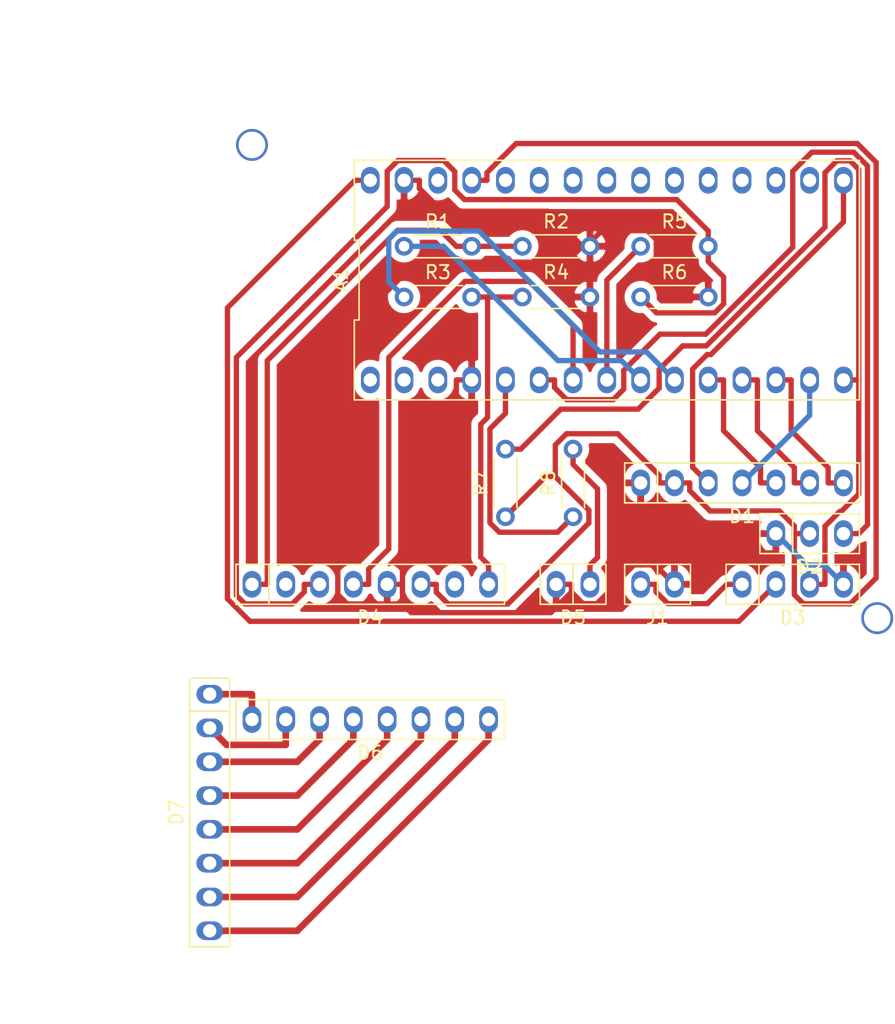
<source format=kicad_pcb>
(kicad_pcb (version 20171130) (host pcbnew "(5.1.6)-1")

  (general
    (thickness 1.6)
    (drawings 14)
    (tracks 249)
    (zones 0)
    (modules 17)
    (nets 43)
  )

  (page A4)
  (layers
    (0 F.Cu signal)
    (31 B.Cu signal)
    (32 B.Adhes user)
    (33 F.Adhes user)
    (34 B.Paste user)
    (35 F.Paste user)
    (36 B.SilkS user)
    (37 F.SilkS user)
    (38 B.Mask user)
    (39 F.Mask user)
    (40 Dwgs.User user)
    (41 Cmts.User user)
    (42 Eco1.User user)
    (43 Eco2.User user)
    (44 Edge.Cuts user)
    (45 Margin user)
    (46 B.CrtYd user)
    (47 F.CrtYd user)
    (48 B.Fab user)
    (49 F.Fab user)
  )

  (setup
    (last_trace_width 0.4)
    (user_trace_width 0.5)
    (user_trace_width 1)
    (trace_clearance 0.25)
    (zone_clearance 0.508)
    (zone_45_only no)
    (trace_min 0.2)
    (via_size 1)
    (via_drill 0.8)
    (via_min_size 0.4)
    (via_min_drill 0.3)
    (user_via 2.2 2)
    (uvia_size 0.3)
    (uvia_drill 0.1)
    (uvias_allowed no)
    (uvia_min_size 0.2)
    (uvia_min_drill 0.1)
    (edge_width 0.05)
    (segment_width 0.2)
    (pcb_text_width 0.3)
    (pcb_text_size 1.5 1.5)
    (mod_edge_width 0.12)
    (mod_text_size 1 1)
    (mod_text_width 0.15)
    (pad_size 1.524 1.524)
    (pad_drill 0.762)
    (pad_to_mask_clearance 0.05)
    (aux_axis_origin 0 0)
    (visible_elements 7FFFFFFF)
    (pcbplotparams
      (layerselection 0x010fc_ffffffff)
      (usegerberextensions false)
      (usegerberattributes true)
      (usegerberadvancedattributes true)
      (creategerberjobfile true)
      (excludeedgelayer true)
      (linewidth 0.100000)
      (plotframeref false)
      (viasonmask false)
      (mode 1)
      (useauxorigin false)
      (hpglpennumber 1)
      (hpglpenspeed 20)
      (hpglpendiameter 15.000000)
      (psnegative false)
      (psa4output false)
      (plotreference true)
      (plotvalue true)
      (plotinvisibletext false)
      (padsonsilk false)
      (subtractmaskfromsilk false)
      (outputformat 1)
      (mirror false)
      (drillshape 1)
      (scaleselection 1)
      (outputdirectory ""))
  )

  (net 0 "")
  (net 1 "Net-(A1-Pad15)")
  (net 2 "Net-(A1-Pad16)")
  (net 3 "Net-(A1-Pad14)")
  (net 4 "Net-(A1-Pad17)")
  (net 5 "Net-(A1-Pad13)")
  (net 6 "Net-(A1-Pad18)")
  (net 7 "Net-(A1-Pad12)")
  (net 8 "Net-(A1-Pad19)")
  (net 9 "Net-(A1-Pad11)")
  (net 10 "Net-(A1-Pad20)")
  (net 11 "Net-(A1-Pad10)")
  (net 12 "Net-(A1-Pad21)")
  (net 13 "Net-(A1-Pad9)")
  (net 14 "Net-(A1-Pad22)")
  (net 15 "Net-(A1-Pad8)")
  (net 16 "Net-(A1-Pad23)")
  (net 17 "Net-(A1-Pad7)")
  (net 18 "Net-(A1-Pad24)")
  (net 19 "Net-(A1-Pad6)")
  (net 20 "Net-(A1-Pad25)")
  (net 21 "Net-(A1-Pad5)")
  (net 22 "Net-(A1-Pad26)")
  (net 23 GND)
  (net 24 "Net-(A1-Pad27)")
  (net 25 "Net-(A1-Pad3)")
  (net 26 "Net-(A1-Pad28)")
  (net 27 "Net-(A1-Pad2)")
  (net 28 "Net-(A1-Pad1)")
  (net 29 VCC)
  (net 30 "Net-(D4-Pad8)")
  (net 31 "Net-(D4-Pad7)")
  (net 32 "Net-(D4-Pad3)")
  (net 33 "Net-(D4-Pad2)")
  (net 34 "Net-(D4-Pad1)")
  (net 35 "Net-(D5-Pad2)")
  (net 36 "Net-(A1-Pad30)")
  (net 37 "Net-(D6-Pad8)")
  (net 38 "Net-(D6-Pad7)")
  (net 39 "Net-(D6-Pad4)")
  (net 40 "Net-(D6-Pad3)")
  (net 41 "Net-(D6-Pad2)")
  (net 42 "Net-(D6-Pad1)")

  (net_class Default "This is the default net class."
    (clearance 0.25)
    (trace_width 0.4)
    (via_dia 1)
    (via_drill 0.8)
    (uvia_dia 0.3)
    (uvia_drill 0.1)
    (diff_pair_width 0.25)
    (diff_pair_gap 0.25)
    (add_net GND)
    (add_net "Net-(A1-Pad1)")
    (add_net "Net-(A1-Pad10)")
    (add_net "Net-(A1-Pad11)")
    (add_net "Net-(A1-Pad12)")
    (add_net "Net-(A1-Pad13)")
    (add_net "Net-(A1-Pad14)")
    (add_net "Net-(A1-Pad15)")
    (add_net "Net-(A1-Pad16)")
    (add_net "Net-(A1-Pad17)")
    (add_net "Net-(A1-Pad18)")
    (add_net "Net-(A1-Pad19)")
    (add_net "Net-(A1-Pad2)")
    (add_net "Net-(A1-Pad20)")
    (add_net "Net-(A1-Pad21)")
    (add_net "Net-(A1-Pad22)")
    (add_net "Net-(A1-Pad23)")
    (add_net "Net-(A1-Pad24)")
    (add_net "Net-(A1-Pad25)")
    (add_net "Net-(A1-Pad26)")
    (add_net "Net-(A1-Pad27)")
    (add_net "Net-(A1-Pad28)")
    (add_net "Net-(A1-Pad3)")
    (add_net "Net-(A1-Pad30)")
    (add_net "Net-(A1-Pad5)")
    (add_net "Net-(A1-Pad6)")
    (add_net "Net-(A1-Pad7)")
    (add_net "Net-(A1-Pad8)")
    (add_net "Net-(A1-Pad9)")
    (add_net "Net-(D4-Pad1)")
    (add_net "Net-(D4-Pad2)")
    (add_net "Net-(D4-Pad3)")
    (add_net "Net-(D4-Pad7)")
    (add_net "Net-(D4-Pad8)")
    (add_net "Net-(D5-Pad2)")
    (add_net "Net-(D6-Pad1)")
    (add_net "Net-(D6-Pad2)")
    (add_net "Net-(D6-Pad3)")
    (add_net "Net-(D6-Pad4)")
    (add_net "Net-(D6-Pad7)")
    (add_net "Net-(D6-Pad8)")
    (add_net VCC)
  )

  (module obd2_display:SIP-8 (layer F.Cu) (tedit 0) (tstamp 60FAA0D7)
    (at 75.565 80.645 270)
    (path /60FBB860/60FBBC4C)
    (fp_text reference D7 (at 0 2.5 90) (layer F.SilkS)
      (effects (font (size 1 1) (thickness 0.15)))
    )
    (fp_text value HC05 (at 0 -2.5 90) (layer F.Fab)
      (effects (font (size 1 1) (thickness 0.15)))
    )
    (fp_line (start -9.84 1.25) (end -9.84 -1.25) (layer F.CrtYd) (width 0.05))
    (fp_line (start 9.84 1.25) (end -9.84 1.25) (layer F.CrtYd) (width 0.05))
    (fp_line (start 9.84 -1.25) (end 9.84 1.25) (layer F.CrtYd) (width 0.05))
    (fp_line (start -9.84 -1.25) (end 9.84 -1.25) (layer F.CrtYd) (width 0.05))
    (fp_line (start -7.62 -1.5) (end -7.62 1.5) (layer F.SilkS) (width 0.12))
    (fp_line (start -10.09 1.5) (end -10.09 -1.5) (layer F.SilkS) (width 0.12))
    (fp_line (start 10.09 1.5) (end -10.09 1.5) (layer F.SilkS) (width 0.12))
    (fp_line (start 10.09 -1.5) (end 10.09 1.5) (layer F.SilkS) (width 0.12))
    (fp_line (start -10.09 -1.5) (end 10.09 -1.5) (layer F.SilkS) (width 0.12))
    (pad 8 thru_hole oval (at 8.89 0 270) (size 1.4 2) (drill 1) (layers *.Cu *.Mask)
      (net 37 "Net-(D6-Pad8)"))
    (pad 7 thru_hole oval (at 6.35 0 270) (size 1.4 2) (drill 1) (layers *.Cu *.Mask)
      (net 38 "Net-(D6-Pad7)"))
    (pad 6 thru_hole oval (at 3.81 0 270) (size 1.4 2) (drill 1) (layers *.Cu *.Mask)
      (net 29 VCC))
    (pad 5 thru_hole oval (at 1.27 0 270) (size 1.4 2) (drill 1) (layers *.Cu *.Mask)
      (net 23 GND))
    (pad 4 thru_hole oval (at -1.27 0 270) (size 1.4 2) (drill 1) (layers *.Cu *.Mask)
      (net 39 "Net-(D6-Pad4)"))
    (pad 3 thru_hole oval (at -3.81 0 270) (size 1.4 2) (drill 1) (layers *.Cu *.Mask)
      (net 40 "Net-(D6-Pad3)"))
    (pad 2 thru_hole oval (at -6.35 0 270) (size 1.4 2) (drill 1) (layers *.Cu *.Mask)
      (net 41 "Net-(D6-Pad2)"))
    (pad 1 thru_hole oval (at -8.89 0 270) (size 1.4 2) (drill 1) (layers *.Cu *.Mask)
      (net 42 "Net-(D6-Pad1)"))
  )

  (module obd2_display:SIP-8 (layer F.Cu) (tedit 0) (tstamp 60FAA0C2)
    (at 87.63 73.66)
    (path /60FBB860/60FBC4DA)
    (fp_text reference D6 (at 0 2.5) (layer F.SilkS)
      (effects (font (size 1 1) (thickness 0.15)))
    )
    (fp_text value HC05 (at 0 -2.5) (layer F.Fab)
      (effects (font (size 1 1) (thickness 0.15)))
    )
    (fp_line (start -9.84 1.25) (end -9.84 -1.25) (layer F.CrtYd) (width 0.05))
    (fp_line (start 9.84 1.25) (end -9.84 1.25) (layer F.CrtYd) (width 0.05))
    (fp_line (start 9.84 -1.25) (end 9.84 1.25) (layer F.CrtYd) (width 0.05))
    (fp_line (start -9.84 -1.25) (end 9.84 -1.25) (layer F.CrtYd) (width 0.05))
    (fp_line (start -7.62 -1.5) (end -7.62 1.5) (layer F.SilkS) (width 0.12))
    (fp_line (start -10.09 1.5) (end -10.09 -1.5) (layer F.SilkS) (width 0.12))
    (fp_line (start 10.09 1.5) (end -10.09 1.5) (layer F.SilkS) (width 0.12))
    (fp_line (start 10.09 -1.5) (end 10.09 1.5) (layer F.SilkS) (width 0.12))
    (fp_line (start -10.09 -1.5) (end 10.09 -1.5) (layer F.SilkS) (width 0.12))
    (pad 8 thru_hole oval (at 8.89 0) (size 1.4 2) (drill 1) (layers *.Cu *.Mask)
      (net 37 "Net-(D6-Pad8)"))
    (pad 7 thru_hole oval (at 6.35 0) (size 1.4 2) (drill 1) (layers *.Cu *.Mask)
      (net 38 "Net-(D6-Pad7)"))
    (pad 6 thru_hole oval (at 3.81 0) (size 1.4 2) (drill 1) (layers *.Cu *.Mask)
      (net 29 VCC))
    (pad 5 thru_hole oval (at 1.27 0) (size 1.4 2) (drill 1) (layers *.Cu *.Mask)
      (net 23 GND))
    (pad 4 thru_hole oval (at -1.27 0) (size 1.4 2) (drill 1) (layers *.Cu *.Mask)
      (net 39 "Net-(D6-Pad4)"))
    (pad 3 thru_hole oval (at -3.81 0) (size 1.4 2) (drill 1) (layers *.Cu *.Mask)
      (net 40 "Net-(D6-Pad3)"))
    (pad 2 thru_hole oval (at -6.35 0) (size 1.4 2) (drill 1) (layers *.Cu *.Mask)
      (net 41 "Net-(D6-Pad2)"))
    (pad 1 thru_hole oval (at -8.89 0) (size 1.4 2) (drill 1) (layers *.Cu *.Mask)
      (net 42 "Net-(D6-Pad1)"))
  )

  (module obd2_display:R_Axial_DIN0204_L3.6mm_D1.6mm_P5.08mm_Horizontal (layer F.Cu) (tedit 60F5D6DB) (tstamp 60F5DB25)
    (at 102.87 58.42 90)
    (descr "Resistor, Axial_DIN0204 series, Axial, Horizontal, pin pitch=5.08mm, 0.16666666666666666W = 1/6W, length*diameter=3.6*1.6mm^2, http://cdn-reichelt.de/documents/datenblatt/B400/1_4W%23YAG.pdf")
    (tags "Resistor Axial_DIN0204 series Axial Horizontal pin pitch 5.08mm 0.16666666666666666W = 1/6W length 3.6mm diameter 1.6mm")
    (path /60F9CA59)
    (fp_text reference R8 (at 2.54 -1.86 90) (layer F.SilkS)
      (effects (font (size 1 1) (thickness 0.15)))
    )
    (fp_text value 220 (at 2.54 1.86 90) (layer F.Fab)
      (effects (font (size 1 1) (thickness 0.15)))
    )
    (fp_line (start 6.05 -1.15) (end -0.95 -1.15) (layer F.CrtYd) (width 0.05))
    (fp_line (start 6.05 1.15) (end 6.05 -1.15) (layer F.CrtYd) (width 0.05))
    (fp_line (start -0.95 1.15) (end 6.05 1.15) (layer F.CrtYd) (width 0.05))
    (fp_line (start -0.95 -1.15) (end -0.95 1.15) (layer F.CrtYd) (width 0.05))
    (fp_line (start 0.68 0.86) (end 4.4 0.86) (layer F.SilkS) (width 0.12))
    (fp_line (start 0.68 -0.86) (end 4.4 -0.86) (layer F.SilkS) (width 0.12))
    (fp_line (start 5.08 0) (end 4.34 0) (layer F.Fab) (width 0.1))
    (fp_line (start 0 0) (end 0.74 0) (layer F.Fab) (width 0.1))
    (fp_line (start 4.34 -0.8) (end 0.74 -0.8) (layer F.Fab) (width 0.1))
    (fp_line (start 4.34 0.8) (end 4.34 -0.8) (layer F.Fab) (width 0.1))
    (fp_line (start 0.74 0.8) (end 4.34 0.8) (layer F.Fab) (width 0.1))
    (fp_line (start 0.74 -0.8) (end 0.74 0.8) (layer F.Fab) (width 0.1))
    (pad 1 thru_hole circle (at 0 0 90) (size 1.4 1.4) (drill 0.8) (layers *.Cu *.Mask)
      (net 21 "Net-(A1-Pad5)"))
    (pad 2 thru_hole oval (at 5.08 0 90) (size 1.4 1.4) (drill 0.8) (layers *.Cu *.Mask)
      (net 35 "Net-(D5-Pad2)"))
    (model ${KISYS3DMOD}/Resistors_THT.3dshapes/R_Axial_DIN0204_L3.6mm_D1.6mm_P5.08mm_Horizontal.wrl
      (at (xyz 0 0 0))
      (scale (xyz 0.393701 0.393701 0.393701))
      (rotate (xyz 0 0 0))
    )
  )

  (module obd2_display:R_Axial_DIN0204_L3.6mm_D1.6mm_P5.08mm_Horizontal (layer F.Cu) (tedit 60F5D6DB) (tstamp 60F5DB13)
    (at 97.79 58.42 90)
    (descr "Resistor, Axial_DIN0204 series, Axial, Horizontal, pin pitch=5.08mm, 0.16666666666666666W = 1/6W, length*diameter=3.6*1.6mm^2, http://cdn-reichelt.de/documents/datenblatt/B400/1_4W%23YAG.pdf")
    (tags "Resistor Axial_DIN0204 series Axial Horizontal pin pitch 5.08mm 0.16666666666666666W = 1/6W length 3.6mm diameter 1.6mm")
    (path /60F8A421)
    (fp_text reference R7 (at 2.54 -1.86 90) (layer F.SilkS)
      (effects (font (size 1 1) (thickness 0.15)))
    )
    (fp_text value 100 (at 2.54 1.86 90) (layer F.Fab)
      (effects (font (size 1 1) (thickness 0.15)))
    )
    (fp_line (start 6.05 -1.15) (end -0.95 -1.15) (layer F.CrtYd) (width 0.05))
    (fp_line (start 6.05 1.15) (end 6.05 -1.15) (layer F.CrtYd) (width 0.05))
    (fp_line (start -0.95 1.15) (end 6.05 1.15) (layer F.CrtYd) (width 0.05))
    (fp_line (start -0.95 -1.15) (end -0.95 1.15) (layer F.CrtYd) (width 0.05))
    (fp_line (start 0.68 0.86) (end 4.4 0.86) (layer F.SilkS) (width 0.12))
    (fp_line (start 0.68 -0.86) (end 4.4 -0.86) (layer F.SilkS) (width 0.12))
    (fp_line (start 5.08 0) (end 4.34 0) (layer F.Fab) (width 0.1))
    (fp_line (start 0 0) (end 0.74 0) (layer F.Fab) (width 0.1))
    (fp_line (start 4.34 -0.8) (end 0.74 -0.8) (layer F.Fab) (width 0.1))
    (fp_line (start 4.34 0.8) (end 4.34 -0.8) (layer F.Fab) (width 0.1))
    (fp_line (start 0.74 0.8) (end 4.34 0.8) (layer F.Fab) (width 0.1))
    (fp_line (start 0.74 -0.8) (end 0.74 0.8) (layer F.Fab) (width 0.1))
    (pad 1 thru_hole circle (at 0 0 90) (size 1.4 1.4) (drill 0.8) (layers *.Cu *.Mask)
      (net 24 "Net-(A1-Pad27)"))
    (pad 2 thru_hole oval (at 5.08 0 90) (size 1.4 1.4) (drill 0.8) (layers *.Cu *.Mask)
      (net 1 "Net-(A1-Pad15)"))
    (model ${KISYS3DMOD}/Resistors_THT.3dshapes/R_Axial_DIN0204_L3.6mm_D1.6mm_P5.08mm_Horizontal.wrl
      (at (xyz 0 0 0))
      (scale (xyz 0.393701 0.393701 0.393701))
      (rotate (xyz 0 0 0))
    )
  )

  (module obd2_display:R_Axial_DIN0204_L3.6mm_D1.6mm_P5.08mm_Horizontal (layer F.Cu) (tedit 60F5D6DB) (tstamp 60F5DB01)
    (at 107.95 41.91)
    (descr "Resistor, Axial_DIN0204 series, Axial, Horizontal, pin pitch=5.08mm, 0.16666666666666666W = 1/6W, length*diameter=3.6*1.6mm^2, http://cdn-reichelt.de/documents/datenblatt/B400/1_4W%23YAG.pdf")
    (tags "Resistor Axial_DIN0204 series Axial Horizontal pin pitch 5.08mm 0.16666666666666666W = 1/6W length 3.6mm diameter 1.6mm")
    (path /60F66BF5)
    (fp_text reference R6 (at 2.54 -1.86) (layer F.SilkS)
      (effects (font (size 1 1) (thickness 0.15)))
    )
    (fp_text value 10000 (at 2.54 1.86) (layer F.Fab)
      (effects (font (size 1 1) (thickness 0.15)))
    )
    (fp_line (start 6.05 -1.15) (end -0.95 -1.15) (layer F.CrtYd) (width 0.05))
    (fp_line (start 6.05 1.15) (end 6.05 -1.15) (layer F.CrtYd) (width 0.05))
    (fp_line (start -0.95 1.15) (end 6.05 1.15) (layer F.CrtYd) (width 0.05))
    (fp_line (start -0.95 -1.15) (end -0.95 1.15) (layer F.CrtYd) (width 0.05))
    (fp_line (start 0.68 0.86) (end 4.4 0.86) (layer F.SilkS) (width 0.12))
    (fp_line (start 0.68 -0.86) (end 4.4 -0.86) (layer F.SilkS) (width 0.12))
    (fp_line (start 5.08 0) (end 4.34 0) (layer F.Fab) (width 0.1))
    (fp_line (start 0 0) (end 0.74 0) (layer F.Fab) (width 0.1))
    (fp_line (start 4.34 -0.8) (end 0.74 -0.8) (layer F.Fab) (width 0.1))
    (fp_line (start 4.34 0.8) (end 4.34 -0.8) (layer F.Fab) (width 0.1))
    (fp_line (start 0.74 0.8) (end 4.34 0.8) (layer F.Fab) (width 0.1))
    (fp_line (start 0.74 -0.8) (end 0.74 0.8) (layer F.Fab) (width 0.1))
    (pad 1 thru_hole circle (at 0 0) (size 1.4 1.4) (drill 0.8) (layers *.Cu *.Mask)
      (net 32 "Net-(D4-Pad3)"))
    (pad 2 thru_hole oval (at 5.08 0) (size 1.4 1.4) (drill 0.8) (layers *.Cu *.Mask)
      (net 23 GND))
    (model ${KISYS3DMOD}/Resistors_THT.3dshapes/R_Axial_DIN0204_L3.6mm_D1.6mm_P5.08mm_Horizontal.wrl
      (at (xyz 0 0 0))
      (scale (xyz 0.393701 0.393701 0.393701))
      (rotate (xyz 0 0 0))
    )
  )

  (module obd2_display:R_Axial_DIN0204_L3.6mm_D1.6mm_P5.08mm_Horizontal (layer F.Cu) (tedit 60F5D6DB) (tstamp 60F5DAEF)
    (at 107.95 38.1)
    (descr "Resistor, Axial_DIN0204 series, Axial, Horizontal, pin pitch=5.08mm, 0.16666666666666666W = 1/6W, length*diameter=3.6*1.6mm^2, http://cdn-reichelt.de/documents/datenblatt/B400/1_4W%23YAG.pdf")
    (tags "Resistor Axial_DIN0204 series Axial Horizontal pin pitch 5.08mm 0.16666666666666666W = 1/6W length 3.6mm diameter 1.6mm")
    (path /60F6665C)
    (fp_text reference R5 (at 2.54 -1.86) (layer F.SilkS)
      (effects (font (size 1 1) (thickness 0.15)))
    )
    (fp_text value 4700 (at 2.54 1.86) (layer F.Fab)
      (effects (font (size 1 1) (thickness 0.15)))
    )
    (fp_line (start 6.05 -1.15) (end -0.95 -1.15) (layer F.CrtYd) (width 0.05))
    (fp_line (start 6.05 1.15) (end 6.05 -1.15) (layer F.CrtYd) (width 0.05))
    (fp_line (start -0.95 1.15) (end 6.05 1.15) (layer F.CrtYd) (width 0.05))
    (fp_line (start -0.95 -1.15) (end -0.95 1.15) (layer F.CrtYd) (width 0.05))
    (fp_line (start 0.68 0.86) (end 4.4 0.86) (layer F.SilkS) (width 0.12))
    (fp_line (start 0.68 -0.86) (end 4.4 -0.86) (layer F.SilkS) (width 0.12))
    (fp_line (start 5.08 0) (end 4.34 0) (layer F.Fab) (width 0.1))
    (fp_line (start 0 0) (end 0.74 0) (layer F.Fab) (width 0.1))
    (fp_line (start 4.34 -0.8) (end 0.74 -0.8) (layer F.Fab) (width 0.1))
    (fp_line (start 4.34 0.8) (end 4.34 -0.8) (layer F.Fab) (width 0.1))
    (fp_line (start 0.74 0.8) (end 4.34 0.8) (layer F.Fab) (width 0.1))
    (fp_line (start 0.74 -0.8) (end 0.74 0.8) (layer F.Fab) (width 0.1))
    (pad 1 thru_hole circle (at 0 0) (size 1.4 1.4) (drill 0.8) (layers *.Cu *.Mask)
      (net 15 "Net-(A1-Pad8)"))
    (pad 2 thru_hole oval (at 5.08 0) (size 1.4 1.4) (drill 0.8) (layers *.Cu *.Mask)
      (net 32 "Net-(D4-Pad3)"))
    (model ${KISYS3DMOD}/Resistors_THT.3dshapes/R_Axial_DIN0204_L3.6mm_D1.6mm_P5.08mm_Horizontal.wrl
      (at (xyz 0 0 0))
      (scale (xyz 0.393701 0.393701 0.393701))
      (rotate (xyz 0 0 0))
    )
  )

  (module obd2_display:R_Axial_DIN0204_L3.6mm_D1.6mm_P5.08mm_Horizontal (layer F.Cu) (tedit 60F5D6DB) (tstamp 60F5DADD)
    (at 99.06 41.91)
    (descr "Resistor, Axial_DIN0204 series, Axial, Horizontal, pin pitch=5.08mm, 0.16666666666666666W = 1/6W, length*diameter=3.6*1.6mm^2, http://cdn-reichelt.de/documents/datenblatt/B400/1_4W%23YAG.pdf")
    (tags "Resistor Axial_DIN0204 series Axial Horizontal pin pitch 5.08mm 0.16666666666666666W = 1/6W length 3.6mm diameter 1.6mm")
    (path /60F66190)
    (fp_text reference R4 (at 2.54 -1.86) (layer F.SilkS)
      (effects (font (size 1 1) (thickness 0.15)))
    )
    (fp_text value 10000 (at 2.54 1.86) (layer F.Fab)
      (effects (font (size 1 1) (thickness 0.15)))
    )
    (fp_line (start 6.05 -1.15) (end -0.95 -1.15) (layer F.CrtYd) (width 0.05))
    (fp_line (start 6.05 1.15) (end 6.05 -1.15) (layer F.CrtYd) (width 0.05))
    (fp_line (start -0.95 1.15) (end 6.05 1.15) (layer F.CrtYd) (width 0.05))
    (fp_line (start -0.95 -1.15) (end -0.95 1.15) (layer F.CrtYd) (width 0.05))
    (fp_line (start 0.68 0.86) (end 4.4 0.86) (layer F.SilkS) (width 0.12))
    (fp_line (start 0.68 -0.86) (end 4.4 -0.86) (layer F.SilkS) (width 0.12))
    (fp_line (start 5.08 0) (end 4.34 0) (layer F.Fab) (width 0.1))
    (fp_line (start 0 0) (end 0.74 0) (layer F.Fab) (width 0.1))
    (fp_line (start 4.34 -0.8) (end 0.74 -0.8) (layer F.Fab) (width 0.1))
    (fp_line (start 4.34 0.8) (end 4.34 -0.8) (layer F.Fab) (width 0.1))
    (fp_line (start 0.74 0.8) (end 4.34 0.8) (layer F.Fab) (width 0.1))
    (fp_line (start 0.74 -0.8) (end 0.74 0.8) (layer F.Fab) (width 0.1))
    (pad 1 thru_hole circle (at 0 0) (size 1.4 1.4) (drill 0.8) (layers *.Cu *.Mask)
      (net 30 "Net-(D4-Pad8)"))
    (pad 2 thru_hole oval (at 5.08 0) (size 1.4 1.4) (drill 0.8) (layers *.Cu *.Mask)
      (net 23 GND))
    (model ${KISYS3DMOD}/Resistors_THT.3dshapes/R_Axial_DIN0204_L3.6mm_D1.6mm_P5.08mm_Horizontal.wrl
      (at (xyz 0 0 0))
      (scale (xyz 0.393701 0.393701 0.393701))
      (rotate (xyz 0 0 0))
    )
  )

  (module obd2_display:R_Axial_DIN0204_L3.6mm_D1.6mm_P5.08mm_Horizontal (layer F.Cu) (tedit 60F5D6DB) (tstamp 60F5DACB)
    (at 90.17 41.91)
    (descr "Resistor, Axial_DIN0204 series, Axial, Horizontal, pin pitch=5.08mm, 0.16666666666666666W = 1/6W, length*diameter=3.6*1.6mm^2, http://cdn-reichelt.de/documents/datenblatt/B400/1_4W%23YAG.pdf")
    (tags "Resistor Axial_DIN0204 series Axial Horizontal pin pitch 5.08mm 0.16666666666666666W = 1/6W length 3.6mm diameter 1.6mm")
    (path /60F65D18)
    (fp_text reference R3 (at 2.54 -1.86) (layer F.SilkS)
      (effects (font (size 1 1) (thickness 0.15)))
    )
    (fp_text value 4700 (at 2.54 1.86) (layer F.Fab)
      (effects (font (size 1 1) (thickness 0.15)))
    )
    (fp_line (start 6.05 -1.15) (end -0.95 -1.15) (layer F.CrtYd) (width 0.05))
    (fp_line (start 6.05 1.15) (end 6.05 -1.15) (layer F.CrtYd) (width 0.05))
    (fp_line (start -0.95 1.15) (end 6.05 1.15) (layer F.CrtYd) (width 0.05))
    (fp_line (start -0.95 -1.15) (end -0.95 1.15) (layer F.CrtYd) (width 0.05))
    (fp_line (start 0.68 0.86) (end 4.4 0.86) (layer F.SilkS) (width 0.12))
    (fp_line (start 0.68 -0.86) (end 4.4 -0.86) (layer F.SilkS) (width 0.12))
    (fp_line (start 5.08 0) (end 4.34 0) (layer F.Fab) (width 0.1))
    (fp_line (start 0 0) (end 0.74 0) (layer F.Fab) (width 0.1))
    (fp_line (start 4.34 -0.8) (end 0.74 -0.8) (layer F.Fab) (width 0.1))
    (fp_line (start 4.34 0.8) (end 4.34 -0.8) (layer F.Fab) (width 0.1))
    (fp_line (start 0.74 0.8) (end 4.34 0.8) (layer F.Fab) (width 0.1))
    (fp_line (start 0.74 -0.8) (end 0.74 0.8) (layer F.Fab) (width 0.1))
    (pad 1 thru_hole circle (at 0 0) (size 1.4 1.4) (drill 0.8) (layers *.Cu *.Mask)
      (net 11 "Net-(A1-Pad10)"))
    (pad 2 thru_hole oval (at 5.08 0) (size 1.4 1.4) (drill 0.8) (layers *.Cu *.Mask)
      (net 30 "Net-(D4-Pad8)"))
    (model ${KISYS3DMOD}/Resistors_THT.3dshapes/R_Axial_DIN0204_L3.6mm_D1.6mm_P5.08mm_Horizontal.wrl
      (at (xyz 0 0 0))
      (scale (xyz 0.393701 0.393701 0.393701))
      (rotate (xyz 0 0 0))
    )
  )

  (module obd2_display:R_Axial_DIN0204_L3.6mm_D1.6mm_P5.08mm_Horizontal (layer F.Cu) (tedit 60F5D6DB) (tstamp 60F5DAB9)
    (at 99.06 38.1)
    (descr "Resistor, Axial_DIN0204 series, Axial, Horizontal, pin pitch=5.08mm, 0.16666666666666666W = 1/6W, length*diameter=3.6*1.6mm^2, http://cdn-reichelt.de/documents/datenblatt/B400/1_4W%23YAG.pdf")
    (tags "Resistor Axial_DIN0204 series Axial Horizontal pin pitch 5.08mm 0.16666666666666666W = 1/6W length 3.6mm diameter 1.6mm")
    (path /60F658EB)
    (fp_text reference R2 (at 2.54 -1.86) (layer F.SilkS)
      (effects (font (size 1 1) (thickness 0.15)))
    )
    (fp_text value 10000 (at 2.54 1.86) (layer F.Fab)
      (effects (font (size 1 1) (thickness 0.15)))
    )
    (fp_line (start 6.05 -1.15) (end -0.95 -1.15) (layer F.CrtYd) (width 0.05))
    (fp_line (start 6.05 1.15) (end 6.05 -1.15) (layer F.CrtYd) (width 0.05))
    (fp_line (start -0.95 1.15) (end 6.05 1.15) (layer F.CrtYd) (width 0.05))
    (fp_line (start -0.95 -1.15) (end -0.95 1.15) (layer F.CrtYd) (width 0.05))
    (fp_line (start 0.68 0.86) (end 4.4 0.86) (layer F.SilkS) (width 0.12))
    (fp_line (start 0.68 -0.86) (end 4.4 -0.86) (layer F.SilkS) (width 0.12))
    (fp_line (start 5.08 0) (end 4.34 0) (layer F.Fab) (width 0.1))
    (fp_line (start 0 0) (end 0.74 0) (layer F.Fab) (width 0.1))
    (fp_line (start 4.34 -0.8) (end 0.74 -0.8) (layer F.Fab) (width 0.1))
    (fp_line (start 4.34 0.8) (end 4.34 -0.8) (layer F.Fab) (width 0.1))
    (fp_line (start 0.74 0.8) (end 4.34 0.8) (layer F.Fab) (width 0.1))
    (fp_line (start 0.74 -0.8) (end 0.74 0.8) (layer F.Fab) (width 0.1))
    (pad 1 thru_hole circle (at 0 0) (size 1.4 1.4) (drill 0.8) (layers *.Cu *.Mask)
      (net 34 "Net-(D4-Pad1)"))
    (pad 2 thru_hole oval (at 5.08 0) (size 1.4 1.4) (drill 0.8) (layers *.Cu *.Mask)
      (net 23 GND))
    (model ${KISYS3DMOD}/Resistors_THT.3dshapes/R_Axial_DIN0204_L3.6mm_D1.6mm_P5.08mm_Horizontal.wrl
      (at (xyz 0 0 0))
      (scale (xyz 0.393701 0.393701 0.393701))
      (rotate (xyz 0 0 0))
    )
  )

  (module obd2_display:R_Axial_DIN0204_L3.6mm_D1.6mm_P5.08mm_Horizontal (layer F.Cu) (tedit 60F5D6DB) (tstamp 60F5DAA7)
    (at 90.17 38.1)
    (descr "Resistor, Axial_DIN0204 series, Axial, Horizontal, pin pitch=5.08mm, 0.16666666666666666W = 1/6W, length*diameter=3.6*1.6mm^2, http://cdn-reichelt.de/documents/datenblatt/B400/1_4W%23YAG.pdf")
    (tags "Resistor Axial_DIN0204 series Axial Horizontal pin pitch 5.08mm 0.16666666666666666W = 1/6W length 3.6mm diameter 1.6mm")
    (path /60F64C88)
    (fp_text reference R1 (at 2.54 -1.86) (layer F.SilkS)
      (effects (font (size 1 1) (thickness 0.15)))
    )
    (fp_text value 4700 (at 2.54 1.86) (layer F.Fab)
      (effects (font (size 1 1) (thickness 0.15)))
    )
    (fp_line (start 6.05 -1.15) (end -0.95 -1.15) (layer F.CrtYd) (width 0.05))
    (fp_line (start 6.05 1.15) (end 6.05 -1.15) (layer F.CrtYd) (width 0.05))
    (fp_line (start -0.95 1.15) (end 6.05 1.15) (layer F.CrtYd) (width 0.05))
    (fp_line (start -0.95 -1.15) (end -0.95 1.15) (layer F.CrtYd) (width 0.05))
    (fp_line (start 0.68 0.86) (end 4.4 0.86) (layer F.SilkS) (width 0.12))
    (fp_line (start 0.68 -0.86) (end 4.4 -0.86) (layer F.SilkS) (width 0.12))
    (fp_line (start 5.08 0) (end 4.34 0) (layer F.Fab) (width 0.1))
    (fp_line (start 0 0) (end 0.74 0) (layer F.Fab) (width 0.1))
    (fp_line (start 4.34 -0.8) (end 0.74 -0.8) (layer F.Fab) (width 0.1))
    (fp_line (start 4.34 0.8) (end 4.34 -0.8) (layer F.Fab) (width 0.1))
    (fp_line (start 0.74 0.8) (end 4.34 0.8) (layer F.Fab) (width 0.1))
    (fp_line (start 0.74 -0.8) (end 0.74 0.8) (layer F.Fab) (width 0.1))
    (pad 1 thru_hole circle (at 0 0) (size 1.4 1.4) (drill 0.8) (layers *.Cu *.Mask)
      (net 13 "Net-(A1-Pad9)"))
    (pad 2 thru_hole oval (at 5.08 0) (size 1.4 1.4) (drill 0.8) (layers *.Cu *.Mask)
      (net 34 "Net-(D4-Pad1)"))
    (model ${KISYS3DMOD}/Resistors_THT.3dshapes/R_Axial_DIN0204_L3.6mm_D1.6mm_P5.08mm_Horizontal.wrl
      (at (xyz 0 0 0))
      (scale (xyz 0.393701 0.393701 0.393701))
      (rotate (xyz 0 0 0))
    )
  )

  (module obd2_display:SIP-2 (layer F.Cu) (tedit 0) (tstamp 60F5DA95)
    (at 109.22 63.5)
    (path /60FA9454)
    (fp_text reference J1 (at 0 2.5) (layer F.SilkS)
      (effects (font (size 1 1) (thickness 0.15)))
    )
    (fp_text value POWER_SW (at 0 -2.5) (layer F.Fab)
      (effects (font (size 1 1) (thickness 0.15)))
    )
    (fp_line (start -2.22 1.25) (end -2.22 -1.25) (layer F.CrtYd) (width 0.05))
    (fp_line (start 2.22 1.25) (end -2.22 1.25) (layer F.CrtYd) (width 0.05))
    (fp_line (start 2.22 -1.25) (end 2.22 1.25) (layer F.CrtYd) (width 0.05))
    (fp_line (start -2.22 -1.25) (end 2.22 -1.25) (layer F.CrtYd) (width 0.05))
    (fp_line (start 0 -1.5) (end 0 1.5) (layer F.SilkS) (width 0.12))
    (fp_line (start -2.47 1.5) (end -2.47 -1.5) (layer F.SilkS) (width 0.12))
    (fp_line (start 2.47 1.5) (end -2.47 1.5) (layer F.SilkS) (width 0.12))
    (fp_line (start 2.47 -1.5) (end 2.47 1.5) (layer F.SilkS) (width 0.12))
    (fp_line (start -2.47 -1.5) (end 2.47 -1.5) (layer F.SilkS) (width 0.12))
    (pad 2 thru_hole oval (at 1.27 0) (size 1.4 2) (drill 1) (layers *.Cu *.Mask)
      (net 23 GND))
    (pad 1 thru_hole oval (at -1.27 0) (size 1.4 2) (drill 1) (layers *.Cu *.Mask)
      (net 29 VCC))
  )

  (module obd2_display:SIP-2 (layer F.Cu) (tedit 0) (tstamp 60F5DA86)
    (at 102.87 63.5)
    (path /60F9D074)
    (fp_text reference D5 (at 0 2.5) (layer F.SilkS)
      (effects (font (size 1 1) (thickness 0.15)))
    )
    (fp_text value LED (at 0 -2.5) (layer F.Fab)
      (effects (font (size 1 1) (thickness 0.15)))
    )
    (fp_line (start -2.22 1.25) (end -2.22 -1.25) (layer F.CrtYd) (width 0.05))
    (fp_line (start 2.22 1.25) (end -2.22 1.25) (layer F.CrtYd) (width 0.05))
    (fp_line (start 2.22 -1.25) (end 2.22 1.25) (layer F.CrtYd) (width 0.05))
    (fp_line (start -2.22 -1.25) (end 2.22 -1.25) (layer F.CrtYd) (width 0.05))
    (fp_line (start 0 -1.5) (end 0 1.5) (layer F.SilkS) (width 0.12))
    (fp_line (start -2.47 1.5) (end -2.47 -1.5) (layer F.SilkS) (width 0.12))
    (fp_line (start 2.47 1.5) (end -2.47 1.5) (layer F.SilkS) (width 0.12))
    (fp_line (start 2.47 -1.5) (end 2.47 1.5) (layer F.SilkS) (width 0.12))
    (fp_line (start -2.47 -1.5) (end 2.47 -1.5) (layer F.SilkS) (width 0.12))
    (pad 2 thru_hole oval (at 1.27 0) (size 1.4 2) (drill 1) (layers *.Cu *.Mask)
      (net 35 "Net-(D5-Pad2)"))
    (pad 1 thru_hole oval (at -1.27 0) (size 1.4 2) (drill 1) (layers *.Cu *.Mask)
      (net 23 GND))
  )

  (module obd2_display:SIP-8 (layer F.Cu) (tedit 0) (tstamp 60F5DA77)
    (at 87.63 63.5)
    (path /60F63B90)
    (fp_text reference D4 (at 0 2.5) (layer F.SilkS)
      (effects (font (size 1 1) (thickness 0.15)))
    )
    (fp_text value HC05 (at 0 -2.5) (layer F.Fab)
      (effects (font (size 1 1) (thickness 0.15)))
    )
    (fp_line (start -9.84 1.25) (end -9.84 -1.25) (layer F.CrtYd) (width 0.05))
    (fp_line (start 9.84 1.25) (end -9.84 1.25) (layer F.CrtYd) (width 0.05))
    (fp_line (start 9.84 -1.25) (end 9.84 1.25) (layer F.CrtYd) (width 0.05))
    (fp_line (start -9.84 -1.25) (end 9.84 -1.25) (layer F.CrtYd) (width 0.05))
    (fp_line (start -7.62 -1.5) (end -7.62 1.5) (layer F.SilkS) (width 0.12))
    (fp_line (start -10.09 1.5) (end -10.09 -1.5) (layer F.SilkS) (width 0.12))
    (fp_line (start 10.09 1.5) (end -10.09 1.5) (layer F.SilkS) (width 0.12))
    (fp_line (start 10.09 -1.5) (end 10.09 1.5) (layer F.SilkS) (width 0.12))
    (fp_line (start -10.09 -1.5) (end 10.09 -1.5) (layer F.SilkS) (width 0.12))
    (pad 8 thru_hole oval (at 8.89 0) (size 1.4 2) (drill 1) (layers *.Cu *.Mask)
      (net 30 "Net-(D4-Pad8)"))
    (pad 7 thru_hole oval (at 6.35 0) (size 1.4 2) (drill 1) (layers *.Cu *.Mask)
      (net 31 "Net-(D4-Pad7)"))
    (pad 6 thru_hole oval (at 3.81 0) (size 1.4 2) (drill 1) (layers *.Cu *.Mask)
      (net 24 "Net-(A1-Pad27)"))
    (pad 5 thru_hole oval (at 1.27 0) (size 1.4 2) (drill 1) (layers *.Cu *.Mask)
      (net 23 GND))
    (pad 4 thru_hole oval (at -1.27 0) (size 1.4 2) (drill 1) (layers *.Cu *.Mask)
      (net 17 "Net-(A1-Pad7)"))
    (pad 3 thru_hole oval (at -3.81 0) (size 1.4 2) (drill 1) (layers *.Cu *.Mask)
      (net 32 "Net-(D4-Pad3)"))
    (pad 2 thru_hole oval (at -6.35 0) (size 1.4 2) (drill 1) (layers *.Cu *.Mask)
      (net 33 "Net-(D4-Pad2)"))
    (pad 1 thru_hole oval (at -8.89 0) (size 1.4 2) (drill 1) (layers *.Cu *.Mask)
      (net 34 "Net-(D4-Pad1)"))
  )

  (module obd2_display:SIP-4 (layer F.Cu) (tedit 0) (tstamp 60F5DA62)
    (at 119.38 63.5)
    (path /60F83CD2)
    (fp_text reference D3 (at 0 2.5) (layer F.SilkS)
      (effects (font (size 1 1) (thickness 0.15)))
    )
    (fp_text value Switch_Block_My (at 0 -2.5) (layer F.Fab)
      (effects (font (size 1 1) (thickness 0.15)))
    )
    (fp_line (start -4.76 1.25) (end -4.76 -1.25) (layer F.CrtYd) (width 0.05))
    (fp_line (start 4.76 1.25) (end -4.76 1.25) (layer F.CrtYd) (width 0.05))
    (fp_line (start 4.76 -1.25) (end 4.76 1.25) (layer F.CrtYd) (width 0.05))
    (fp_line (start -4.76 -1.25) (end 4.76 -1.25) (layer F.CrtYd) (width 0.05))
    (fp_line (start -2.54 -1.5) (end -2.54 1.5) (layer F.SilkS) (width 0.12))
    (fp_line (start -5.01 1.5) (end -5.01 -1.5) (layer F.SilkS) (width 0.12))
    (fp_line (start 5.01 1.5) (end -5.01 1.5) (layer F.SilkS) (width 0.12))
    (fp_line (start 5.01 -1.5) (end 5.01 1.5) (layer F.SilkS) (width 0.12))
    (fp_line (start -5.01 -1.5) (end 5.01 -1.5) (layer F.SilkS) (width 0.12))
    (pad 4 thru_hole oval (at 3.81 0) (size 1.4 2) (drill 1) (layers *.Cu *.Mask)
      (net 23 GND))
    (pad 3 thru_hole oval (at 1.27 0) (size 1.4 2) (drill 1) (layers *.Cu *.Mask)
      (net 1 "Net-(A1-Pad15)"))
    (pad 2 thru_hole oval (at -1.27 0) (size 1.4 2) (drill 1) (layers *.Cu *.Mask)
      (net 36 "Net-(A1-Pad30)"))
    (pad 1 thru_hole oval (at -3.81 0) (size 1.4 2) (drill 1) (layers *.Cu *.Mask)
      (net 29 VCC))
  )

  (module obd2_display:SIP-3 (layer F.Cu) (tedit 0) (tstamp 60F5DA51)
    (at 120.65 59.69)
    (path /60F7AF62)
    (fp_text reference D2 (at 0 2.5) (layer F.SilkS)
      (effects (font (size 1 1) (thickness 0.15)))
    )
    (fp_text value Touh (at 0 -2.5) (layer F.Fab)
      (effects (font (size 1 1) (thickness 0.15)))
    )
    (fp_line (start -3.49 1.25) (end -3.49 -1.25) (layer F.CrtYd) (width 0.05))
    (fp_line (start 3.49 1.25) (end -3.49 1.25) (layer F.CrtYd) (width 0.05))
    (fp_line (start 3.49 -1.25) (end 3.49 1.25) (layer F.CrtYd) (width 0.05))
    (fp_line (start -3.49 -1.25) (end 3.49 -1.25) (layer F.CrtYd) (width 0.05))
    (fp_line (start -1.27 -1.5) (end -1.27 1.5) (layer F.SilkS) (width 0.12))
    (fp_line (start -3.74 1.5) (end -3.74 -1.5) (layer F.SilkS) (width 0.12))
    (fp_line (start 3.74 1.5) (end -3.74 1.5) (layer F.SilkS) (width 0.12))
    (fp_line (start 3.74 -1.5) (end 3.74 1.5) (layer F.SilkS) (width 0.12))
    (fp_line (start -3.74 -1.5) (end 3.74 -1.5) (layer F.SilkS) (width 0.12))
    (pad 3 thru_hole oval (at 2.54 0) (size 1.4 2) (drill 1) (layers *.Cu *.Mask)
      (net 19 "Net-(A1-Pad6)"))
    (pad 2 thru_hole oval (at 0 0) (size 1.4 2) (drill 1) (layers *.Cu *.Mask)
      (net 24 "Net-(A1-Pad27)"))
    (pad 1 thru_hole oval (at -2.54 0) (size 1.4 2) (drill 1) (layers *.Cu *.Mask)
      (net 23 GND))
  )

  (module obd2_display:SIP-7 (layer F.Cu) (tedit 0) (tstamp 60F5DA41)
    (at 115.57 55.88)
    (path /60F6E7D2)
    (fp_text reference D1 (at 0 2.5) (layer F.SilkS)
      (effects (font (size 1 1) (thickness 0.15)))
    )
    (fp_text value OLED_128_64_7 (at 0 -2.5) (layer F.Fab)
      (effects (font (size 1 1) (thickness 0.15)))
    )
    (fp_line (start -8.57 1.25) (end -8.57 -1.25) (layer F.CrtYd) (width 0.05))
    (fp_line (start 8.57 1.25) (end -8.57 1.25) (layer F.CrtYd) (width 0.05))
    (fp_line (start 8.57 -1.25) (end 8.57 1.25) (layer F.CrtYd) (width 0.05))
    (fp_line (start -8.57 -1.25) (end 8.57 -1.25) (layer F.CrtYd) (width 0.05))
    (fp_line (start -6.35 -1.5) (end -6.35 1.5) (layer F.SilkS) (width 0.12))
    (fp_line (start -8.82 1.5) (end -8.82 -1.5) (layer F.SilkS) (width 0.12))
    (fp_line (start 8.82 1.5) (end -8.82 1.5) (layer F.SilkS) (width 0.12))
    (fp_line (start 8.82 -1.5) (end 8.82 1.5) (layer F.SilkS) (width 0.12))
    (fp_line (start -8.82 -1.5) (end 8.82 -1.5) (layer F.SilkS) (width 0.12))
    (pad 7 thru_hole oval (at 7.62 0) (size 1.4 2) (drill 1) (layers *.Cu *.Mask)
      (net 5 "Net-(A1-Pad13)"))
    (pad 6 thru_hole oval (at 5.08 0) (size 1.4 2) (drill 1) (layers *.Cu *.Mask)
      (net 7 "Net-(A1-Pad12)"))
    (pad 5 thru_hole oval (at 2.54 0) (size 1.4 2) (drill 1) (layers *.Cu *.Mask)
      (net 9 "Net-(A1-Pad11)"))
    (pad 4 thru_hole oval (at 0 0) (size 1.4 2) (drill 1) (layers *.Cu *.Mask)
      (net 3 "Net-(A1-Pad14)"))
    (pad 3 thru_hole oval (at -2.54 0) (size 1.4 2) (drill 1) (layers *.Cu *.Mask)
      (net 2 "Net-(A1-Pad16)"))
    (pad 2 thru_hole oval (at -5.08 0) (size 1.4 2) (drill 1) (layers *.Cu *.Mask)
      (net 24 "Net-(A1-Pad27)"))
    (pad 1 thru_hole oval (at -7.62 0) (size 1.4 2) (drill 1) (layers *.Cu *.Mask)
      (net 23 GND))
  )

  (module obd2_display:DIP-30_590_ELL (layer F.Cu) (tedit 0) (tstamp 60F5DA2D)
    (at 105.41 40.64)
    (path /60F5E2B5)
    (fp_text reference A1 (at -19.98 0 90) (layer F.SilkS)
      (effects (font (size 1 1) (thickness 0.15)))
    )
    (fp_text value Arduino_Nano_v3.x (at 0 0) (layer F.Fab)
      (effects (font (size 1 1) (thickness 0.15)))
    )
    (fp_line (start -18.73 8.75) (end -18.73 -8.75) (layer F.CrtYd) (width 0.05))
    (fp_line (start 18.73 8.75) (end -18.73 8.75) (layer F.CrtYd) (width 0.05))
    (fp_line (start 18.73 -8.75) (end 18.73 8.75) (layer F.CrtYd) (width 0.05))
    (fp_line (start -18.73 -8.75) (end 18.73 -8.75) (layer F.CrtYd) (width 0.05))
    (fp_line (start -18.98 2.999999) (end -18.98 8.999999) (layer F.SilkS) (width 0.12))
    (fp_line (start -18.62 2.999999) (end -18.98 2.999999) (layer F.SilkS) (width 0.12))
    (fp_line (start -18.62 -3) (end -18.62 2.999999) (layer F.SilkS) (width 0.12))
    (fp_line (start -18.98 -3) (end -18.62 -3) (layer F.SilkS) (width 0.12))
    (fp_line (start -18.98 -9) (end -18.98 -3) (layer F.SilkS) (width 0.12))
    (fp_line (start 18.98 -8.999999) (end -18.98 -9) (layer F.SilkS) (width 0.12))
    (fp_line (start 18.98 9) (end 18.98 -8.999999) (layer F.SilkS) (width 0.12))
    (fp_line (start -18.98 8.999999) (end 18.98 9) (layer F.SilkS) (width 0.12))
    (pad 15 thru_hole oval (at 17.78 7.5) (size 1.4 2) (drill 1) (layers *.Cu *.Mask)
      (net 1 "Net-(A1-Pad15)"))
    (pad 16 thru_hole oval (at 17.78 -7.5) (size 1.4 2) (drill 1) (layers *.Cu *.Mask)
      (net 2 "Net-(A1-Pad16)"))
    (pad 14 thru_hole oval (at 15.24 7.5) (size 1.4 2) (drill 1) (layers *.Cu *.Mask)
      (net 3 "Net-(A1-Pad14)"))
    (pad 17 thru_hole oval (at 15.24 -7.5) (size 1.4 2) (drill 1) (layers *.Cu *.Mask)
      (net 4 "Net-(A1-Pad17)"))
    (pad 13 thru_hole oval (at 12.7 7.5) (size 1.4 2) (drill 1) (layers *.Cu *.Mask)
      (net 5 "Net-(A1-Pad13)"))
    (pad 18 thru_hole oval (at 12.7 -7.5) (size 1.4 2) (drill 1) (layers *.Cu *.Mask)
      (net 6 "Net-(A1-Pad18)"))
    (pad 12 thru_hole oval (at 10.16 7.5) (size 1.4 2) (drill 1) (layers *.Cu *.Mask)
      (net 7 "Net-(A1-Pad12)"))
    (pad 19 thru_hole oval (at 10.16 -7.5) (size 1.4 2) (drill 1) (layers *.Cu *.Mask)
      (net 8 "Net-(A1-Pad19)"))
    (pad 11 thru_hole oval (at 7.62 7.5) (size 1.4 2) (drill 1) (layers *.Cu *.Mask)
      (net 9 "Net-(A1-Pad11)"))
    (pad 20 thru_hole oval (at 7.62 -7.5) (size 1.4 2) (drill 1) (layers *.Cu *.Mask)
      (net 10 "Net-(A1-Pad20)"))
    (pad 10 thru_hole oval (at 5.08 7.5) (size 1.4 2) (drill 1) (layers *.Cu *.Mask)
      (net 11 "Net-(A1-Pad10)"))
    (pad 21 thru_hole oval (at 5.08 -7.5) (size 1.4 2) (drill 1) (layers *.Cu *.Mask)
      (net 12 "Net-(A1-Pad21)"))
    (pad 9 thru_hole oval (at 2.54 7.5) (size 1.4 2) (drill 1) (layers *.Cu *.Mask)
      (net 13 "Net-(A1-Pad9)"))
    (pad 22 thru_hole oval (at 2.54 -7.5) (size 1.4 2) (drill 1) (layers *.Cu *.Mask)
      (net 14 "Net-(A1-Pad22)"))
    (pad 8 thru_hole oval (at 0 7.5) (size 1.4 2) (drill 1) (layers *.Cu *.Mask)
      (net 15 "Net-(A1-Pad8)"))
    (pad 23 thru_hole oval (at 0 -7.5) (size 1.4 2) (drill 1) (layers *.Cu *.Mask)
      (net 16 "Net-(A1-Pad23)"))
    (pad 7 thru_hole oval (at -2.54 7.5) (size 1.4 2) (drill 1) (layers *.Cu *.Mask)
      (net 17 "Net-(A1-Pad7)"))
    (pad 24 thru_hole oval (at -2.54 -7.5) (size 1.4 2) (drill 1) (layers *.Cu *.Mask)
      (net 18 "Net-(A1-Pad24)"))
    (pad 6 thru_hole oval (at -5.08 7.5) (size 1.4 2) (drill 1) (layers *.Cu *.Mask)
      (net 19 "Net-(A1-Pad6)"))
    (pad 25 thru_hole oval (at -5.08 -7.5) (size 1.4 2) (drill 1) (layers *.Cu *.Mask)
      (net 20 "Net-(A1-Pad25)"))
    (pad 5 thru_hole oval (at -7.62 7.5) (size 1.4 2) (drill 1) (layers *.Cu *.Mask)
      (net 21 "Net-(A1-Pad5)"))
    (pad 26 thru_hole oval (at -7.62 -7.5) (size 1.4 2) (drill 1) (layers *.Cu *.Mask)
      (net 22 "Net-(A1-Pad26)"))
    (pad 4 thru_hole oval (at -10.16 7.5) (size 1.4 2) (drill 1) (layers *.Cu *.Mask)
      (net 23 GND))
    (pad 27 thru_hole oval (at -10.16 -7.5) (size 1.4 2) (drill 1) (layers *.Cu *.Mask)
      (net 24 "Net-(A1-Pad27)"))
    (pad 3 thru_hole oval (at -12.7 7.5) (size 1.4 2) (drill 1) (layers *.Cu *.Mask)
      (net 25 "Net-(A1-Pad3)"))
    (pad 28 thru_hole oval (at -12.7 -7.5) (size 1.4 2) (drill 1) (layers *.Cu *.Mask)
      (net 26 "Net-(A1-Pad28)"))
    (pad 2 thru_hole oval (at -15.24 7.5) (size 1.4 2) (drill 1) (layers *.Cu *.Mask)
      (net 27 "Net-(A1-Pad2)"))
    (pad 29 thru_hole oval (at -15.24 -7.5) (size 1.4 2) (drill 1) (layers *.Cu *.Mask)
      (net 23 GND))
    (pad 1 thru_hole oval (at -17.78 7.5) (size 1.4 2) (drill 1) (layers *.Cu *.Mask)
      (net 28 "Net-(A1-Pad1)"))
    (pad 30 thru_hole oval (at -17.78 -7.5) (size 1.4 2) (drill 1) (layers *.Cu *.Mask)
      (net 36 "Net-(A1-Pad30)"))
  )

  (dimension 46.99 (width 0.15) (layer Dwgs.User)
    (gr_text "46,990 мм" (at 102.235 23.465) (layer Dwgs.User)
      (effects (font (size 1 1) (thickness 0.15)))
    )
    (feature1 (pts (xy 125.73 30.48) (xy 125.73 24.178579)))
    (feature2 (pts (xy 78.74 30.48) (xy 78.74 24.178579)))
    (crossbar (pts (xy 78.74 24.765) (xy 125.73 24.765)))
    (arrow1a (pts (xy 125.73 24.765) (xy 124.603496 25.351421)))
    (arrow1b (pts (xy 125.73 24.765) (xy 124.603496 24.178579)))
    (arrow2a (pts (xy 78.74 24.765) (xy 79.866504 25.351421)))
    (arrow2b (pts (xy 78.74 24.765) (xy 79.866504 24.178579)))
  )
  (dimension 35.56 (width 0.15) (layer Dwgs.User)
    (gr_text "35,560 мм" (at 63.47 48.26 270) (layer Dwgs.User)
      (effects (font (size 1 1) (thickness 0.15)))
    )
    (feature1 (pts (xy 78.74 66.04) (xy 64.183579 66.04)))
    (feature2 (pts (xy 78.74 30.48) (xy 64.183579 30.48)))
    (crossbar (pts (xy 64.77 30.48) (xy 64.77 66.04)))
    (arrow1a (pts (xy 64.77 66.04) (xy 64.183579 64.913496)))
    (arrow1b (pts (xy 64.77 66.04) (xy 65.356421 64.913496)))
    (arrow2a (pts (xy 64.77 30.48) (xy 64.183579 31.606504)))
    (arrow2b (pts (xy 64.77 30.48) (xy 65.356421 31.606504)))
  )
  (dimension 24.765 (width 0.15) (layer Dwgs.User)
    (gr_text "24,765 мм" (at 86.0425 97.185) (layer Dwgs.User)
      (effects (font (size 1 1) (thickness 0.15)))
    )
    (feature1 (pts (xy 98.425 91.44) (xy 98.425 96.471421)))
    (feature2 (pts (xy 73.66 91.44) (xy 73.66 96.471421)))
    (crossbar (pts (xy 73.66 95.885) (xy 98.425 95.885)))
    (arrow1a (pts (xy 98.425 95.885) (xy 97.298496 96.471421)))
    (arrow1b (pts (xy 98.425 95.885) (xy 97.298496 95.298579)))
    (arrow2a (pts (xy 73.66 95.885) (xy 74.786504 96.471421)))
    (arrow2b (pts (xy 73.66 95.885) (xy 74.786504 95.298579)))
  )
  (dimension 21.59 (width 0.15) (layer Dwgs.User)
    (gr_text "21,590 мм" (at 68.55 80.645 90) (layer Dwgs.User)
      (effects (font (size 1 1) (thickness 0.15)))
    )
    (feature1 (pts (xy 73.66 69.85) (xy 69.263579 69.85)))
    (feature2 (pts (xy 73.66 91.44) (xy 69.263579 91.44)))
    (crossbar (pts (xy 69.85 91.44) (xy 69.85 69.85)))
    (arrow1a (pts (xy 69.85 69.85) (xy 70.436421 70.976504)))
    (arrow1b (pts (xy 69.85 69.85) (xy 69.263579 70.976504)))
    (arrow2a (pts (xy 69.85 91.44) (xy 70.436421 90.313496)))
    (arrow2b (pts (xy 69.85 91.44) (xy 69.263579 90.313496)))
  )
  (gr_line (start 73.66 91.44) (end 73.66 69.85) (layer Dwgs.User) (width 0.15) (tstamp 60FAA4C4))
  (gr_line (start 98.425 91.44) (end 73.66 91.44) (layer Dwgs.User) (width 0.15))
  (gr_line (start 98.425 69.85) (end 98.425 91.44) (layer Dwgs.User) (width 0.15))
  (gr_line (start 73.66 69.85) (end 98.425 69.85) (layer Dwgs.User) (width 0.15))
  (dimension 39.37 (width 0.15) (layer Dwgs.User)
    (gr_text "39,370 мм" (at 69.82 47.625 270) (layer Dwgs.User)
      (effects (font (size 1 1) (thickness 0.15)))
    )
    (feature1 (pts (xy 76.2 67.31) (xy 70.533579 67.31)))
    (feature2 (pts (xy 76.2 27.94) (xy 70.533579 27.94)))
    (crossbar (pts (xy 71.12 27.94) (xy 71.12 67.31)))
    (arrow1a (pts (xy 71.12 67.31) (xy 70.533579 66.183496)))
    (arrow1b (pts (xy 71.12 67.31) (xy 71.706421 66.183496)))
    (arrow2a (pts (xy 71.12 27.94) (xy 70.533579 29.066504)))
    (arrow2b (pts (xy 71.12 27.94) (xy 71.706421 29.066504)))
  )
  (dimension 50.8 (width 0.15) (layer Dwgs.User)
    (gr_text "50,800 мм" (at 101.6 20.29) (layer Dwgs.User)
      (effects (font (size 1 1) (thickness 0.15)))
    )
    (feature1 (pts (xy 127 27.94) (xy 127 21.003579)))
    (feature2 (pts (xy 76.2 27.94) (xy 76.2 21.003579)))
    (crossbar (pts (xy 76.2 21.59) (xy 127 21.59)))
    (arrow1a (pts (xy 127 21.59) (xy 125.873496 22.176421)))
    (arrow1b (pts (xy 127 21.59) (xy 125.873496 21.003579)))
    (arrow2a (pts (xy 76.2 21.59) (xy 77.326504 22.176421)))
    (arrow2b (pts (xy 76.2 21.59) (xy 77.326504 21.003579)))
  )
  (gr_line (start 76.2 67.31) (end 76.2 27.94) (layer Dwgs.User) (width 0.15) (tstamp 60F5DC3D))
  (gr_line (start 127 67.31) (end 76.2 67.31) (layer Dwgs.User) (width 0.15))
  (gr_line (start 127 27.94) (end 127 67.31) (layer Dwgs.User) (width 0.15))
  (gr_line (start 76.2 27.94) (end 127 27.94) (layer Dwgs.User) (width 0.15))

  (via (at 78.74 30.48) (size 2.4) (drill 2) (layers F.Cu B.Cu) (net 0))
  (via (at 125.73 66.04) (size 2.4) (drill 2) (layers F.Cu B.Cu) (net 0))
  (segment (start 98.9403 53.34) (end 101.9455 50.3348) (width 0.4) (layer F.Cu) (net 1))
  (segment (start 101.9455 50.3348) (end 107.763 50.3348) (width 0.4) (layer F.Cu) (net 1))
  (segment (start 107.763 50.3348) (end 109.3396 48.7582) (width 0.4) (layer F.Cu) (net 1))
  (segment (start 109.3396 48.7582) (end 109.3396 47.3493) (width 0.4) (layer F.Cu) (net 1))
  (segment (start 109.3396 47.3493) (end 111.1061 45.5828) (width 0.4) (layer F.Cu) (net 1))
  (segment (start 111.1061 45.5828) (end 112.8835 45.5828) (width 0.4) (layer F.Cu) (net 1))
  (segment (start 112.8835 45.5828) (end 121.8004 36.6659) (width 0.4) (layer F.Cu) (net 1))
  (segment (start 121.8004 36.6659) (end 121.8004 32.5669) (width 0.4) (layer F.Cu) (net 1))
  (segment (start 121.8004 32.5669) (end 122.69 31.6773) (width 0.4) (layer F.Cu) (net 1))
  (segment (start 122.69 31.6773) (end 123.6939 31.6773) (width 0.4) (layer F.Cu) (net 1))
  (segment (start 123.6939 31.6773) (end 124.3403 32.3237) (width 0.4) (layer F.Cu) (net 1))
  (segment (start 124.3403 32.3237) (end 124.3403 48.14) (width 0.4) (layer F.Cu) (net 1))
  (segment (start 123.19 48.14) (end 124.3403 48.14) (width 0.4) (layer F.Cu) (net 1))
  (segment (start 123.19 48.14) (end 124.3403 48.14) (width 0.4) (layer F.Cu) (net 1))
  (segment (start 97.79 53.34) (end 98.9403 53.34) (width 0.4) (layer F.Cu) (net 1))
  (segment (start 124.3403 48.14) (end 124.3403 56.7127) (width 0.4) (layer F.Cu) (net 1))
  (segment (start 124.3403 56.7127) (end 123.038 58.015) (width 0.4) (layer F.Cu) (net 1))
  (segment (start 123.038 58.015) (end 122.9221 58.015) (width 0.4) (layer F.Cu) (net 1))
  (segment (start 122.9221 58.015) (end 121.8003 59.1368) (width 0.4) (layer F.Cu) (net 1))
  (segment (start 121.8003 59.1368) (end 121.8003 63.5) (width 0.4) (layer F.Cu) (net 1))
  (segment (start 120.65 63.5) (end 121.8003 63.5) (width 0.4) (layer F.Cu) (net 1))
  (segment (start 113.03 55.88) (end 111.8552 54.7052) (width 0.4) (layer F.Cu) (net 2))
  (segment (start 111.8552 54.7052) (end 111.8552 47.3225) (width 0.4) (layer F.Cu) (net 2))
  (segment (start 111.8552 47.3225) (end 112.9446 46.2331) (width 0.4) (layer F.Cu) (net 2))
  (segment (start 112.9446 46.2331) (end 113.2265 46.2331) (width 0.4) (layer F.Cu) (net 2))
  (segment (start 113.2265 46.2331) (end 123.19 36.2696) (width 0.4) (layer F.Cu) (net 2))
  (segment (start 123.19 36.2696) (end 123.19 33.14) (width 0.4) (layer F.Cu) (net 2))
  (segment (start 120.65 50.8) (end 115.57 55.88) (width 0.4) (layer B.Cu) (net 3))
  (segment (start 120.65 48.14) (end 120.65 50.8) (width 0.4) (layer B.Cu) (net 3))
  (segment (start 123.19 55.88) (end 122.0397 55.88) (width 0.4) (layer F.Cu) (net 5))
  (segment (start 118.11 48.14) (end 119.2603 48.14) (width 0.4) (layer F.Cu) (net 5))
  (segment (start 119.2603 48.14) (end 119.2603 51.9503) (width 0.4) (layer F.Cu) (net 5))
  (segment (start 119.2603 51.9503) (end 122.0397 54.7297) (width 0.4) (layer F.Cu) (net 5))
  (segment (start 122.0397 54.7297) (end 122.0397 55.88) (width 0.4) (layer F.Cu) (net 5))
  (segment (start 120.65 55.88) (end 119.4997 55.88) (width 0.4) (layer F.Cu) (net 7))
  (segment (start 115.57 48.14) (end 116.7203 48.14) (width 0.4) (layer F.Cu) (net 7))
  (segment (start 116.7203 48.14) (end 116.7203 51.9503) (width 0.4) (layer F.Cu) (net 7))
  (segment (start 116.7203 51.9503) (end 119.4997 54.7297) (width 0.4) (layer F.Cu) (net 7))
  (segment (start 119.4997 54.7297) (end 119.4997 55.88) (width 0.4) (layer F.Cu) (net 7))
  (segment (start 118.11 55.88) (end 116.9597 55.88) (width 0.4) (layer F.Cu) (net 9))
  (segment (start 113.03 48.14) (end 114.1803 48.14) (width 0.4) (layer F.Cu) (net 9))
  (segment (start 114.1803 48.14) (end 114.1803 51.9503) (width 0.4) (layer F.Cu) (net 9))
  (segment (start 114.1803 51.9503) (end 116.9597 54.7297) (width 0.4) (layer F.Cu) (net 9))
  (segment (start 116.9597 54.7297) (end 116.9597 55.88) (width 0.4) (layer F.Cu) (net 9))
  (segment (start 108.38998 46.03998) (end 110.49 48.14) (width 0.4) (layer B.Cu) (net 11))
  (segment (start 104.891982 46.03998) (end 108.38998 46.03998) (width 0.4) (layer B.Cu) (net 11))
  (segment (start 95.802001 36.949999) (end 104.891982 46.03998) (width 0.4) (layer B.Cu) (net 11))
  (segment (start 89.617999 36.949999) (end 95.802001 36.949999) (width 0.4) (layer B.Cu) (net 11))
  (segment (start 89.019999 40.759999) (end 89.019999 37.547999) (width 0.4) (layer B.Cu) (net 11))
  (segment (start 89.019999 37.547999) (end 89.617999 36.949999) (width 0.4) (layer B.Cu) (net 11))
  (segment (start 90.17 41.91) (end 89.019999 40.759999) (width 0.4) (layer B.Cu) (net 11))
  (segment (start 106.49999 46.68999) (end 107.95 48.14) (width 0.4) (layer B.Cu) (net 13))
  (segment (start 101.731992 46.68999) (end 106.49999 46.68999) (width 0.4) (layer B.Cu) (net 13))
  (segment (start 93.142002 38.1) (end 101.731992 46.68999) (width 0.4) (layer B.Cu) (net 13))
  (segment (start 90.17 38.1) (end 93.142002 38.1) (width 0.4) (layer B.Cu) (net 13))
  (segment (start 107.95 38.1) (end 105.41 40.64) (width 0.4) (layer F.Cu) (net 15))
  (segment (start 105.41 40.64) (end 105.41 48.14) (width 0.4) (layer F.Cu) (net 15))
  (segment (start 86.36 63.5) (end 87.5103 63.5) (width 0.4) (layer F.Cu) (net 17))
  (segment (start 102.87 48.14) (end 102.87 44.0501) (width 0.4) (layer F.Cu) (net 17))
  (segment (start 102.87 44.0501) (end 99.5547 40.7348) (width 0.4) (layer F.Cu) (net 17))
  (segment (start 99.5547 40.7348) (end 94.7428 40.7348) (width 0.4) (layer F.Cu) (net 17))
  (segment (start 94.7428 40.7348) (end 89.0196 46.458) (width 0.4) (layer F.Cu) (net 17))
  (segment (start 89.0196 46.458) (end 89.0196 60.8404) (width 0.4) (layer F.Cu) (net 17))
  (segment (start 89.0196 60.8404) (end 87.5103 62.3497) (width 0.4) (layer F.Cu) (net 17))
  (segment (start 87.5103 62.3497) (end 87.5103 63.5) (width 0.4) (layer F.Cu) (net 17))
  (segment (start 123.19 59.69) (end 124.3403 59.69) (width 0.4) (layer F.Cu) (net 19))
  (segment (start 100.33 48.14) (end 101.4803 48.14) (width 0.4) (layer F.Cu) (net 19))
  (segment (start 101.4803 48.14) (end 101.4803 48.7152) (width 0.4) (layer F.Cu) (net 19))
  (segment (start 101.4803 48.7152) (end 102.3897 49.6246) (width 0.4) (layer F.Cu) (net 19))
  (segment (start 102.3897 49.6246) (end 105.887 49.6246) (width 0.4) (layer F.Cu) (net 19))
  (segment (start 105.887 49.6246) (end 106.68 48.8316) (width 0.4) (layer F.Cu) (net 19))
  (segment (start 106.68 48.8316) (end 106.68 47.4203) (width 0.4) (layer F.Cu) (net 19))
  (segment (start 106.68 47.4203) (end 109.3976 44.7027) (width 0.4) (layer F.Cu) (net 19))
  (segment (start 109.3976 44.7027) (end 112.8437 44.7027) (width 0.4) (layer F.Cu) (net 19))
  (segment (start 112.8437 44.7027) (end 119.38 38.1664) (width 0.4) (layer F.Cu) (net 19))
  (segment (start 119.38 38.1664) (end 119.38 32.4629) (width 0.4) (layer F.Cu) (net 19))
  (segment (start 119.38 32.4629) (end 120.8159 31.027) (width 0.4) (layer F.Cu) (net 19))
  (segment (start 120.8159 31.027) (end 123.9632 31.027) (width 0.4) (layer F.Cu) (net 19))
  (segment (start 123.9632 31.027) (end 124.9964 32.0602) (width 0.4) (layer F.Cu) (net 19))
  (segment (start 124.9964 32.0602) (end 124.9964 59.0339) (width 0.4) (layer F.Cu) (net 19))
  (segment (start 124.9964 59.0339) (end 124.3403 59.69) (width 0.4) (layer F.Cu) (net 19))
  (segment (start 97.79 48.14) (end 97.79 50.6503) (width 0.4) (layer F.Cu) (net 21))
  (segment (start 97.79 50.6503) (end 96.6251 51.8152) (width 0.4) (layer F.Cu) (net 21))
  (segment (start 96.6251 51.8152) (end 96.6251 58.883) (width 0.4) (layer F.Cu) (net 21))
  (segment (start 96.6251 58.883) (end 97.3266 59.5845) (width 0.4) (layer F.Cu) (net 21))
  (segment (start 97.3266 59.5845) (end 101.7055 59.5845) (width 0.4) (layer F.Cu) (net 21))
  (segment (start 101.7055 59.5845) (end 102.87 58.42) (width 0.4) (layer F.Cu) (net 21))
  (segment (start 90.0503 64.9762) (end 85.9004 64.9762) (width 0.4) (layer F.Cu) (net 23))
  (segment (start 85.9004 64.9762) (end 85.1913 64.2671) (width 0.4) (layer F.Cu) (net 23))
  (segment (start 85.1913 64.2671) (end 85.1913 45.1772) (width 0.4) (layer F.Cu) (net 23))
  (segment (start 85.1913 45.1772) (end 91.0777 39.2908) (width 0.4) (layer F.Cu) (net 23))
  (segment (start 91.0777 39.2908) (end 102.3741 39.2908) (width 0.4) (layer F.Cu) (net 23))
  (segment (start 102.3741 39.2908) (end 103.5649 38.1) (width 0.4) (layer F.Cu) (net 23))
  (segment (start 102.7503 64.0825) (end 101.2023 65.6305) (width 0.4) (layer F.Cu) (net 23))
  (segment (start 101.2023 65.6305) (end 90.7046 65.6305) (width 0.4) (layer F.Cu) (net 23))
  (segment (start 90.7046 65.6305) (end 90.0503 64.9762) (width 0.4) (layer F.Cu) (net 23))
  (segment (start 90.0503 63.5) (end 90.0503 64.9762) (width 0.4) (layer F.Cu) (net 23))
  (segment (start 113.03 40.7597) (end 111.8567 39.5864) (width 0.4) (layer F.Cu) (net 23))
  (segment (start 111.8567 39.5864) (end 109.1203 39.5864) (width 0.4) (layer F.Cu) (net 23))
  (segment (start 103.8525 38.1) (end 105.0302 36.9223) (width 0.4) (layer F.Cu) (net 23))
  (segment (start 105.0302 36.9223) (end 108.4543 36.9223) (width 0.4) (layer F.Cu) (net 23))
  (segment (start 108.4543 36.9223) (end 109.1203 37.5883) (width 0.4) (layer F.Cu) (net 23))
  (segment (start 109.1203 37.5883) (end 109.1203 39.5864) (width 0.4) (layer F.Cu) (net 23))
  (segment (start 91.3203 33.14) (end 91.3203 33.7484) (width 0.4) (layer F.Cu) (net 23))
  (segment (start 91.3203 33.7484) (end 93.0397 35.4678) (width 0.4) (layer F.Cu) (net 23))
  (segment (start 93.0397 35.4678) (end 100.9327 35.4678) (width 0.4) (layer F.Cu) (net 23))
  (segment (start 100.9327 35.4678) (end 103.5649 38.1) (width 0.4) (layer F.Cu) (net 23))
  (segment (start 103.9963 38.1) (end 104.14 38.2437) (width 0.4) (layer F.Cu) (net 23))
  (segment (start 104.14 38.2437) (end 104.14 41.91) (width 0.4) (layer F.Cu) (net 23))
  (segment (start 103.9963 38.1) (end 103.8525 38.1) (width 0.4) (layer F.Cu) (net 23))
  (segment (start 104.14 38.1) (end 103.9963 38.1) (width 0.4) (layer F.Cu) (net 23))
  (segment (start 95.25 48.14) (end 94.0997 48.14) (width 0.4) (layer F.Cu) (net 23))
  (segment (start 94.0997 48.14) (end 94.0997 49.2903) (width 0.4) (layer F.Cu) (net 23))
  (segment (start 94.0997 49.2903) (end 90.0503 53.3397) (width 0.4) (layer F.Cu) (net 23))
  (segment (start 90.0503 53.3397) (end 90.0503 63.5) (width 0.4) (layer F.Cu) (net 23))
  (segment (start 111.6403 63.5) (end 114 61.1403) (width 0.4) (layer F.Cu) (net 23))
  (segment (start 114 61.1403) (end 118.11 61.1403) (width 0.4) (layer F.Cu) (net 23))
  (segment (start 118.11 59.69) (end 118.11 61.1403) (width 0.4) (layer F.Cu) (net 23))
  (segment (start 88.9 63.5) (end 90.0503 63.5) (width 0.4) (layer F.Cu) (net 23))
  (segment (start 102.7503 64.0825) (end 103.6202 64.9524) (width 0.4) (layer F.Cu) (net 23))
  (segment (start 103.6202 64.9524) (end 104.6576 64.9524) (width 0.4) (layer F.Cu) (net 23))
  (segment (start 104.6576 64.9524) (end 106.4736 63.1364) (width 0.4) (layer F.Cu) (net 23))
  (segment (start 106.4736 63.1364) (end 106.4736 63.0137) (width 0.4) (layer F.Cu) (net 23))
  (segment (start 106.4736 63.0137) (end 107.4502 62.0371) (width 0.4) (layer F.Cu) (net 23))
  (segment (start 107.4502 62.0371) (end 107.95 62.0371) (width 0.4) (layer F.Cu) (net 23))
  (segment (start 102.7503 63.5) (end 102.7503 64.0825) (width 0.4) (layer F.Cu) (net 23))
  (segment (start 113.03 41.91) (end 113.03 40.7597) (width 0.4) (layer F.Cu) (net 23))
  (segment (start 107.95 62.0371) (end 107.95 55.88) (width 0.4) (layer F.Cu) (net 23))
  (segment (start 107.95 62.0371) (end 109.0271 62.0371) (width 0.4) (layer F.Cu) (net 23))
  (segment (start 109.0271 62.0371) (end 110.49 63.5) (width 0.4) (layer F.Cu) (net 23))
  (segment (start 110.49 63.5) (end 111.6403 63.5) (width 0.4) (layer F.Cu) (net 23))
  (segment (start 90.17 33.14) (end 91.3203 33.14) (width 0.4) (layer F.Cu) (net 23))
  (segment (start 101.8225 63.5) (end 102.7503 63.5) (width 0.4) (layer F.Cu) (net 23))
  (segment (start 101.6 63.5) (end 101.7196 63.5) (width 0.4) (layer F.Cu) (net 23))
  (segment (start 101.8225 63.5) (end 101.7196 63.5) (width 0.4) (layer F.Cu) (net 23))
  (segment (start 103.8525 38.1) (end 103.5649 38.1) (width 0.4) (layer F.Cu) (net 23))
  (segment (start 120.46999 62.04999) (end 118.11 59.69) (width 0.4) (layer B.Cu) (net 23))
  (segment (start 121.73999 62.04999) (end 120.46999 62.04999) (width 0.4) (layer B.Cu) (net 23))
  (segment (start 123.19 63.5) (end 121.73999 62.04999) (width 0.4) (layer B.Cu) (net 23))
  (segment (start 82.145 81.915) (end 75.565 81.915) (width 0.5) (layer F.Cu) (net 23))
  (segment (start 88.9 75.16) (end 82.145 81.915) (width 0.5) (layer F.Cu) (net 23))
  (segment (start 88.9 73.66) (end 88.9 75.16) (width 0.5) (layer F.Cu) (net 23))
  (segment (start 119.4997 59.69) (end 119.4997 64.278) (width 0.4) (layer F.Cu) (net 24))
  (segment (start 119.4997 64.278) (end 120.1836 64.9619) (width 0.4) (layer F.Cu) (net 24))
  (segment (start 120.1836 64.9619) (end 123.708 64.9619) (width 0.4) (layer F.Cu) (net 24))
  (segment (start 123.708 64.9619) (end 125.6467 63.0232) (width 0.4) (layer F.Cu) (net 24))
  (segment (start 125.6467 63.0232) (end 125.6467 31.7909) (width 0.4) (layer F.Cu) (net 24))
  (segment (start 125.6467 31.7909) (end 124.2325 30.3767) (width 0.4) (layer F.Cu) (net 24))
  (segment (start 124.2325 30.3767) (end 98.5885 30.3767) (width 0.4) (layer F.Cu) (net 24))
  (segment (start 98.5885 30.3767) (end 96.4003 32.5649) (width 0.4) (layer F.Cu) (net 24))
  (segment (start 96.4003 32.5649) (end 96.4003 33.14) (width 0.4) (layer F.Cu) (net 24))
  (segment (start 95.25 33.14) (end 96.4003 33.14) (width 0.4) (layer F.Cu) (net 24))
  (segment (start 120.65 59.69) (end 119.4997 59.69) (width 0.4) (layer F.Cu) (net 24))
  (segment (start 101.5358 55.4093) (end 104.0587 57.9322) (width 0.4) (layer F.Cu) (net 24))
  (segment (start 104.0587 57.9322) (end 104.0587 58.8905) (width 0.4) (layer F.Cu) (net 24))
  (segment (start 104.0587 58.8905) (end 97.969 64.9802) (width 0.4) (layer F.Cu) (net 24))
  (segment (start 97.969 64.9802) (end 93.48 64.9802) (width 0.4) (layer F.Cu) (net 24))
  (segment (start 93.48 64.9802) (end 92.5903 64.0905) (width 0.4) (layer F.Cu) (net 24))
  (segment (start 92.5903 64.0905) (end 92.5903 63.5) (width 0.4) (layer F.Cu) (net 24))
  (segment (start 97.79 58.42) (end 100.8007 55.4093) (width 0.4) (layer F.Cu) (net 24))
  (segment (start 100.8007 55.4093) (end 101.5358 55.4093) (width 0.4) (layer F.Cu) (net 24))
  (segment (start 101.5358 55.4093) (end 101.5358 53.026) (width 0.4) (layer F.Cu) (net 24))
  (segment (start 101.5358 53.026) (end 102.3786 52.1832) (width 0.4) (layer F.Cu) (net 24))
  (segment (start 102.3786 52.1832) (end 106.2253 52.1832) (width 0.4) (layer F.Cu) (net 24))
  (segment (start 106.2253 52.1832) (end 109.3397 55.2976) (width 0.4) (layer F.Cu) (net 24))
  (segment (start 109.3397 55.2976) (end 109.3397 55.88) (width 0.4) (layer F.Cu) (net 24))
  (segment (start 91.44 63.5) (end 92.5903 63.5) (width 0.4) (layer F.Cu) (net 24))
  (segment (start 119.4997 59.69) (end 119.4997 59.1149) (width 0.4) (layer F.Cu) (net 24))
  (segment (start 119.4997 59.1149) (end 118.3747 57.9899) (width 0.4) (layer F.Cu) (net 24))
  (segment (start 118.3747 57.9899) (end 113.1677 57.9899) (width 0.4) (layer F.Cu) (net 24))
  (segment (start 113.1677 57.9899) (end 111.6403 56.4625) (width 0.4) (layer F.Cu) (net 24))
  (segment (start 111.6403 56.4625) (end 111.6403 55.88) (width 0.4) (layer F.Cu) (net 24))
  (segment (start 110.49 55.88) (end 109.3397 55.88) (width 0.4) (layer F.Cu) (net 24))
  (segment (start 110.49 55.88) (end 111.6403 55.88) (width 0.4) (layer F.Cu) (net 24))
  (segment (start 109.1003 64.0623) (end 109.1003 63.5) (width 0.4) (layer F.Cu) (net 29))
  (segment (start 114.4197 63.5) (end 112.9675 64.9522) (width 0.4) (layer F.Cu) (net 29))
  (segment (start 112.9675 64.9522) (end 109.9902 64.9522) (width 0.4) (layer F.Cu) (net 29))
  (segment (start 109.9902 64.9522) (end 109.1003 64.0623) (width 0.4) (layer F.Cu) (net 29))
  (segment (start 107.95 63.5) (end 109.1003 63.5) (width 0.4) (layer F.Cu) (net 29))
  (segment (start 115.57 63.5) (end 114.4197 63.5) (width 0.4) (layer F.Cu) (net 29))
  (segment (start 82.145 84.455) (end 75.565 84.455) (width 0.5) (layer F.Cu) (net 29))
  (segment (start 91.44 75.16) (end 82.145 84.455) (width 0.5) (layer F.Cu) (net 29))
  (segment (start 91.44 73.66) (end 91.44 75.16) (width 0.5) (layer F.Cu) (net 29))
  (segment (start 96.4489 41.91) (end 96.4489 50.9566) (width 0.4) (layer F.Cu) (net 30))
  (segment (start 96.4489 50.9566) (end 95.9346 51.4709) (width 0.4) (layer F.Cu) (net 30))
  (segment (start 95.9346 51.4709) (end 95.9346 61.4643) (width 0.4) (layer F.Cu) (net 30))
  (segment (start 95.9346 61.4643) (end 96.52 62.0497) (width 0.4) (layer F.Cu) (net 30))
  (segment (start 96.4489 41.91) (end 95.25 41.91) (width 0.4) (layer F.Cu) (net 30))
  (segment (start 99.06 41.91) (end 96.4489 41.91) (width 0.4) (layer F.Cu) (net 30))
  (segment (start 96.52 63.5) (end 96.52 62.0497) (width 0.4) (layer F.Cu) (net 30))
  (segment (start 113.03 39.2503) (end 114.1879 40.4082) (width 0.4) (layer F.Cu) (net 32))
  (segment (start 114.1879 40.4082) (end 114.1879 42.4285) (width 0.4) (layer F.Cu) (net 32))
  (segment (start 114.1879 42.4285) (end 113.5145 43.1019) (width 0.4) (layer F.Cu) (net 32))
  (segment (start 113.5145 43.1019) (end 109.1419 43.1019) (width 0.4) (layer F.Cu) (net 32))
  (segment (start 109.1419 43.1019) (end 107.95 41.91) (width 0.4) (layer F.Cu) (net 32))
  (segment (start 113.03 38.1) (end 113.03 36.9497) (width 0.4) (layer F.Cu) (net 32))
  (segment (start 83.82 63.5) (end 82.6697 63.5) (width 0.4) (layer F.Cu) (net 32))
  (segment (start 82.6697 63.5) (end 82.6697 64.0751) (width 0.4) (layer F.Cu) (net 32))
  (segment (start 82.6697 64.0751) (end 81.7741 64.9707) (width 0.4) (layer F.Cu) (net 32))
  (segment (start 81.7741 64.9707) (end 78.2147 64.9707) (width 0.4) (layer F.Cu) (net 32))
  (segment (start 78.2147 64.9707) (end 77.5677 64.3237) (width 0.4) (layer F.Cu) (net 32))
  (segment (start 77.5677 64.3237) (end 77.5677 46.4471) (width 0.4) (layer F.Cu) (net 32))
  (segment (start 77.5677 46.4471) (end 88.9 35.1148) (width 0.4) (layer F.Cu) (net 32))
  (segment (start 88.9 35.1148) (end 88.9 32.4579) (width 0.4) (layer F.Cu) (net 32))
  (segment (start 88.9 32.4579) (end 89.7009 31.657) (width 0.4) (layer F.Cu) (net 32))
  (segment (start 89.7009 31.657) (end 93.1554 31.657) (width 0.4) (layer F.Cu) (net 32))
  (segment (start 93.1554 31.657) (end 93.98 32.4816) (width 0.4) (layer F.Cu) (net 32))
  (segment (start 93.98 32.4816) (end 93.98 33.8686) (width 0.4) (layer F.Cu) (net 32))
  (segment (start 93.98 33.8686) (end 94.7018 34.5904) (width 0.4) (layer F.Cu) (net 32))
  (segment (start 94.7018 34.5904) (end 110.6707 34.5904) (width 0.4) (layer F.Cu) (net 32))
  (segment (start 110.6707 34.5904) (end 113.03 36.9497) (width 0.4) (layer F.Cu) (net 32))
  (segment (start 113.03 38.1) (end 113.03 39.2503) (width 0.4) (layer F.Cu) (net 32))
  (segment (start 94.0997 38.1) (end 92.8946 36.8949) (width 0.4) (layer F.Cu) (net 34))
  (segment (start 92.8946 36.8949) (end 89.6867 36.8949) (width 0.4) (layer F.Cu) (net 34))
  (segment (start 89.6867 36.8949) (end 79.8903 46.6913) (width 0.4) (layer F.Cu) (net 34))
  (segment (start 79.8903 46.6913) (end 79.8903 63.5) (width 0.4) (layer F.Cu) (net 34))
  (segment (start 95.25 38.1) (end 94.0997 38.1) (width 0.4) (layer F.Cu) (net 34))
  (segment (start 78.74 63.5) (end 79.8903 63.5) (width 0.4) (layer F.Cu) (net 34))
  (segment (start 95.25 38.1) (end 99.06 38.1) (width 0.4) (layer F.Cu) (net 34))
  (segment (start 104.14 62.0497) (end 104.709 61.4807) (width 0.4) (layer F.Cu) (net 35))
  (segment (start 104.709 61.4807) (end 104.709 56.3293) (width 0.4) (layer F.Cu) (net 35))
  (segment (start 104.709 56.3293) (end 102.87 54.4903) (width 0.4) (layer F.Cu) (net 35))
  (segment (start 102.87 53.34) (end 102.87 54.4903) (width 0.4) (layer F.Cu) (net 35))
  (segment (start 104.14 63.5) (end 104.14 62.0497) (width 0.4) (layer F.Cu) (net 35))
  (segment (start 86.4797 33.14) (end 76.8965 42.7232) (width 0.4) (layer F.Cu) (net 36))
  (segment (start 87.63 33.14) (end 86.4797 33.14) (width 0.4) (layer F.Cu) (net 36))
  (segment (start 76.8965 64.5908) (end 78.5865 66.2808) (width 0.4) (layer F.Cu) (net 36))
  (segment (start 115.3292 66.2808) (end 118.11 63.5) (width 0.4) (layer F.Cu) (net 36))
  (segment (start 76.8965 42.7232) (end 76.8965 64.5908) (width 0.4) (layer F.Cu) (net 36))
  (segment (start 78.5865 66.2808) (end 115.3292 66.2808) (width 0.4) (layer F.Cu) (net 36))
  (segment (start 82.145 89.535) (end 75.565 89.535) (width 0.5) (layer F.Cu) (net 37))
  (segment (start 96.52 75.16) (end 82.145 89.535) (width 0.5) (layer F.Cu) (net 37))
  (segment (start 96.52 73.66) (end 96.52 75.16) (width 0.5) (layer F.Cu) (net 37))
  (segment (start 82.145 86.995) (end 75.565 86.995) (width 0.5) (layer F.Cu) (net 38))
  (segment (start 93.98 75.16) (end 82.145 86.995) (width 0.5) (layer F.Cu) (net 38))
  (segment (start 93.98 73.66) (end 93.98 75.16) (width 0.5) (layer F.Cu) (net 38))
  (segment (start 82.145 79.375) (end 75.565 79.375) (width 0.5) (layer F.Cu) (net 39))
  (segment (start 86.36 75.16) (end 82.145 79.375) (width 0.5) (layer F.Cu) (net 39))
  (segment (start 86.36 73.66) (end 86.36 75.16) (width 0.5) (layer F.Cu) (net 39))
  (segment (start 82.145 76.835) (end 75.565 76.835) (width 0.5) (layer F.Cu) (net 40))
  (segment (start 83.82 75.16) (end 82.145 76.835) (width 0.5) (layer F.Cu) (net 40))
  (segment (start 83.82 73.66) (end 83.82 75.16) (width 0.5) (layer F.Cu) (net 40))
  (segment (start 76.835 75.565) (end 75.565 74.295) (width 0.5) (layer F.Cu) (net 41))
  (segment (start 81.28 73.66) (end 81.28 75.565) (width 0.5) (layer F.Cu) (net 41))
  (segment (start 81.28 75.565) (end 76.835 75.565) (width 0.5) (layer F.Cu) (net 41))
  (segment (start 78.74 73.66) (end 78.74 71.755) (width 0.5) (layer F.Cu) (net 42))
  (segment (start 78.74 71.755) (end 75.565 71.755) (width 0.5) (layer F.Cu) (net 42))

  (zone (net 23) (net_name GND) (layer F.Cu) (tstamp 0) (hatch edge 0.508)
    (connect_pads (clearance 0.508))
    (min_thickness 0.254)
    (fill yes (arc_segments 32) (thermal_gap 0.508) (thermal_bridge_width 0.508))
    (polygon
      (pts
        (xy 127 67.31) (xy 76.2 67.31) (xy 76.2 27.94) (xy 127 27.94)
      )
    )
    (filled_polygon
      (pts
        (xy 107.282083 54.420851) (xy 107.095815 54.54621) (xy 106.910545 54.732717) (xy 106.765221 54.951785) (xy 106.665428 55.194995)
        (xy 106.615 55.453) (xy 106.615 55.753) (xy 107.823 55.753) (xy 107.823 55.733) (xy 108.077 55.733)
        (xy 108.077 55.753) (xy 108.097 55.753) (xy 108.097 56.007) (xy 108.077 56.007) (xy 108.077 57.349374)
        (xy 108.283329 57.472716) (xy 108.34355 57.46198) (xy 108.58609 57.360569) (xy 108.804185 57.21379) (xy 108.989455 57.027283)
        (xy 109.134779 56.808215) (xy 109.177907 56.703105) (xy 109.260197 56.71121) (xy 109.374618 56.925275) (xy 109.541446 57.128555)
        (xy 109.744726 57.295382) (xy 109.976647 57.419347) (xy 110.228295 57.495683) (xy 110.49 57.521459) (xy 110.751706 57.495683)
        (xy 111.003354 57.419347) (xy 111.235275 57.295382) (xy 111.266604 57.269671) (xy 112.548263 58.551332) (xy 112.574409 58.583191)
        (xy 112.606268 58.609337) (xy 112.60627 58.609339) (xy 112.654298 58.648754) (xy 112.701554 58.687536) (xy 112.846613 58.765072)
        (xy 113.004011 58.812818) (xy 113.033415 58.815714) (xy 113.1677 58.82894) (xy 113.208718 58.8249) (xy 116.899324 58.8249)
        (xy 116.825428 59.004995) (xy 116.775 59.263) (xy 116.775 59.563) (xy 117.983 59.563) (xy 117.983 59.543)
        (xy 118.237 59.543) (xy 118.237 59.563) (xy 118.257 59.563) (xy 118.257 59.817) (xy 118.237 59.817)
        (xy 118.237 61.159374) (xy 118.443329 61.282716) (xy 118.50355 61.27198) (xy 118.6647 61.2046) (xy 118.6647 61.982754)
        (xy 118.623353 61.960653) (xy 118.371705 61.884317) (xy 118.11 61.858541) (xy 117.848294 61.884317) (xy 117.596646 61.960653)
        (xy 117.364725 62.084618) (xy 117.161445 62.251445) (xy 116.994618 62.454726) (xy 116.882224 62.665) (xy 116.797777 62.665)
        (xy 116.685382 62.454725) (xy 116.518555 62.251445) (xy 116.315274 62.084618) (xy 116.083353 61.960653) (xy 115.831705 61.884317)
        (xy 115.57 61.858541) (xy 115.308294 61.884317) (xy 115.056646 61.960653) (xy 114.824725 62.084618) (xy 114.621445 62.251445)
        (xy 114.454618 62.454726) (xy 114.340198 62.66879) (xy 114.336657 62.669139) (xy 114.256011 62.677082) (xy 114.098613 62.724828)
        (xy 113.953554 62.802364) (xy 113.883919 62.859512) (xy 113.826409 62.906709) (xy 113.800263 62.938568) (xy 112.621633 64.1172)
        (xy 111.787825 64.1172) (xy 111.825 63.927) (xy 111.825 63.627) (xy 110.617 63.627) (xy 110.617 63.647)
        (xy 110.363 63.647) (xy 110.363 63.627) (xy 110.343 63.627) (xy 110.343 63.373) (xy 110.363 63.373)
        (xy 110.363 62.030626) (xy 110.617 62.030626) (xy 110.617 63.373) (xy 111.825 63.373) (xy 111.825 63.073)
        (xy 111.774572 62.814995) (xy 111.674779 62.571785) (xy 111.529455 62.352717) (xy 111.344185 62.16621) (xy 111.12609 62.019431)
        (xy 110.88355 61.91802) (xy 110.823329 61.907284) (xy 110.617 62.030626) (xy 110.363 62.030626) (xy 110.156671 61.907284)
        (xy 110.09645 61.91802) (xy 109.85391 62.019431) (xy 109.635815 62.16621) (xy 109.450545 62.352717) (xy 109.305221 62.571785)
        (xy 109.262093 62.676895) (xy 109.179803 62.66879) (xy 109.065382 62.454725) (xy 108.898555 62.251445) (xy 108.695274 62.084618)
        (xy 108.463353 61.960653) (xy 108.211705 61.884317) (xy 107.95 61.858541) (xy 107.688294 61.884317) (xy 107.436646 61.960653)
        (xy 107.204725 62.084618) (xy 107.001445 62.251445) (xy 106.834618 62.454726) (xy 106.710653 62.686647) (xy 106.634317 62.938295)
        (xy 106.615 63.134422) (xy 106.615 63.865579) (xy 106.634317 64.061706) (xy 106.710653 64.313354) (xy 106.834618 64.545275)
        (xy 107.001446 64.748555) (xy 107.128724 64.853009) (xy 106.535933 65.4458) (xy 98.684267 65.4458) (xy 100.265 63.865067)
        (xy 100.265 63.927) (xy 100.315428 64.185005) (xy 100.415221 64.428215) (xy 100.560545 64.647283) (xy 100.745815 64.83379)
        (xy 100.96391 64.980569) (xy 101.20645 65.08198) (xy 101.266671 65.092716) (xy 101.473 64.969374) (xy 101.473 63.627)
        (xy 101.453 63.627) (xy 101.453 63.373) (xy 101.473 63.373) (xy 101.473 63.353) (xy 101.727 63.353)
        (xy 101.727 63.373) (xy 101.747 63.373) (xy 101.747 63.627) (xy 101.727 63.627) (xy 101.727 64.969374)
        (xy 101.933329 65.092716) (xy 101.99355 65.08198) (xy 102.23609 64.980569) (xy 102.454185 64.83379) (xy 102.639455 64.647283)
        (xy 102.784779 64.428215) (xy 102.871433 64.217027) (xy 102.900653 64.313354) (xy 103.024618 64.545275) (xy 103.191446 64.748555)
        (xy 103.394726 64.915382) (xy 103.626647 65.039347) (xy 103.878295 65.115683) (xy 104.14 65.141459) (xy 104.401706 65.115683)
        (xy 104.653354 65.039347) (xy 104.885275 64.915382) (xy 105.088555 64.748555) (xy 105.255382 64.545275) (xy 105.379347 64.313354)
        (xy 105.455683 64.061705) (xy 105.475 63.865578) (xy 105.475 63.134421) (xy 105.455683 62.938294) (xy 105.379347 62.686646)
        (xy 105.255382 62.454725) (xy 105.102334 62.268235) (xy 105.270432 62.100136) (xy 105.302291 62.073991) (xy 105.406636 61.946846)
        (xy 105.484172 61.801787) (xy 105.531918 61.644389) (xy 105.544 61.521719) (xy 105.544 61.521718) (xy 105.54804 61.4807)
        (xy 105.544 61.439682) (xy 105.544 59.817) (xy 116.775 59.817) (xy 116.775 60.117) (xy 116.825428 60.375005)
        (xy 116.925221 60.618215) (xy 117.070545 60.837283) (xy 117.255815 61.02379) (xy 117.47391 61.170569) (xy 117.71645 61.27198)
        (xy 117.776671 61.282716) (xy 117.983 61.159374) (xy 117.983 59.817) (xy 116.775 59.817) (xy 105.544 59.817)
        (xy 105.544 56.370318) (xy 105.54804 56.3293) (xy 105.531918 56.165612) (xy 105.484172 56.008213) (xy 105.483524 56.007)
        (xy 106.615 56.007) (xy 106.615 56.307) (xy 106.665428 56.565005) (xy 106.765221 56.808215) (xy 106.910545 57.027283)
        (xy 107.095815 57.21379) (xy 107.31391 57.360569) (xy 107.55645 57.46198) (xy 107.616671 57.472716) (xy 107.823 57.349374)
        (xy 107.823 56.007) (xy 106.615 56.007) (xy 105.483524 56.007) (xy 105.406636 55.863154) (xy 105.328439 55.76787)
        (xy 105.328437 55.767868) (xy 105.302291 55.736009) (xy 105.270432 55.709863) (xy 103.829271 54.268704) (xy 103.906962 54.191013)
        (xy 104.053061 53.972359) (xy 104.153696 53.729405) (xy 104.205 53.471486) (xy 104.205 53.208514) (xy 104.167144 53.0182)
        (xy 105.879433 53.0182)
      )
    )
    (filled_polygon
      (pts
        (xy 89.027 63.373) (xy 89.047 63.373) (xy 89.047 63.627) (xy 89.027 63.627) (xy 89.027 64.969374)
        (xy 89.233329 65.092716) (xy 89.29355 65.08198) (xy 89.53609 64.980569) (xy 89.754185 64.83379) (xy 89.939455 64.647283)
        (xy 90.084779 64.428215) (xy 90.171433 64.217027) (xy 90.200653 64.313354) (xy 90.324618 64.545275) (xy 90.491446 64.748555)
        (xy 90.694726 64.915382) (xy 90.926647 65.039347) (xy 91.178295 65.115683) (xy 91.44 65.141459) (xy 91.701706 65.115683)
        (xy 91.953354 65.039347) (xy 92.185275 64.915382) (xy 92.21221 64.893277) (xy 92.764731 65.4458) (xy 82.479867 65.4458)
        (xy 83.039333 64.886336) (xy 83.074726 64.915382) (xy 83.306647 65.039347) (xy 83.558295 65.115683) (xy 83.82 65.141459)
        (xy 84.081706 65.115683) (xy 84.333354 65.039347) (xy 84.565275 64.915382) (xy 84.768555 64.748555) (xy 84.935382 64.545275)
        (xy 85.059347 64.313354) (xy 85.09 64.212304) (xy 85.120653 64.313354) (xy 85.244618 64.545275) (xy 85.411446 64.748555)
        (xy 85.614726 64.915382) (xy 85.846647 65.039347) (xy 86.098295 65.115683) (xy 86.36 65.141459) (xy 86.621706 65.115683)
        (xy 86.873354 65.039347) (xy 87.105275 64.915382) (xy 87.308555 64.748555) (xy 87.475382 64.545275) (xy 87.589803 64.33121)
        (xy 87.672093 64.323105) (xy 87.715221 64.428215) (xy 87.860545 64.647283) (xy 88.045815 64.83379) (xy 88.26391 64.980569)
        (xy 88.50645 65.08198) (xy 88.566671 65.092716) (xy 88.773 64.969374) (xy 88.773 63.627) (xy 88.753 63.627)
        (xy 88.753 63.373) (xy 88.773 63.373) (xy 88.773 63.353) (xy 89.027 63.353)
      )
    )
    (filled_polygon
      (pts
        (xy 124.8117 62.677331) (xy 124.507184 62.981848) (xy 124.474572 62.814995) (xy 124.374779 62.571785) (xy 124.229455 62.352717)
        (xy 124.044185 62.16621) (xy 123.82609 62.019431) (xy 123.58355 61.91802) (xy 123.523329 61.907284) (xy 123.317 62.030626)
        (xy 123.317 63.373) (xy 123.337 63.373) (xy 123.337 63.627) (xy 123.317 63.627) (xy 123.317 63.647)
        (xy 123.063 63.647) (xy 123.063 63.627) (xy 123.043 63.627) (xy 123.043 63.373) (xy 123.063 63.373)
        (xy 123.063 62.030626) (xy 122.856671 61.907284) (xy 122.79645 61.91802) (xy 122.6353 61.9854) (xy 122.6353 61.207246)
        (xy 122.676647 61.229347) (xy 122.928295 61.305683) (xy 123.19 61.331459) (xy 123.451706 61.305683) (xy 123.703354 61.229347)
        (xy 123.935275 61.105382) (xy 124.138555 60.938555) (xy 124.305382 60.735275) (xy 124.419803 60.52121) (xy 124.503989 60.512918)
        (xy 124.661387 60.465172) (xy 124.806446 60.387636) (xy 124.8117 60.383324)
      )
    )
    (filled_polygon
      (pts
        (xy 90.297 33.013) (xy 90.317 33.013) (xy 90.317 33.267) (xy 90.297 33.267) (xy 90.297 34.609374)
        (xy 90.503329 34.732716) (xy 90.56355 34.72198) (xy 90.80609 34.620569) (xy 91.024185 34.47379) (xy 91.209455 34.287283)
        (xy 91.354779 34.068215) (xy 91.441433 33.857027) (xy 91.470653 33.953354) (xy 91.594618 34.185275) (xy 91.761446 34.388555)
        (xy 91.964726 34.555382) (xy 92.196647 34.679347) (xy 92.448295 34.755683) (xy 92.71 34.781459) (xy 92.971706 34.755683)
        (xy 93.223354 34.679347) (xy 93.455275 34.555382) (xy 93.472104 34.541571) (xy 94.082358 35.151826) (xy 94.108509 35.183691)
        (xy 94.235654 35.288036) (xy 94.380713 35.365572) (xy 94.538111 35.413318) (xy 94.660781 35.4254) (xy 94.660791 35.4254)
        (xy 94.701799 35.429439) (xy 94.742807 35.4254) (xy 110.324833 35.4254) (xy 112.070729 37.171296) (xy 111.993038 37.248987)
        (xy 111.846939 37.467641) (xy 111.746304 37.710595) (xy 111.695 37.968514) (xy 111.695 38.231486) (xy 111.746304 38.489405)
        (xy 111.846939 38.732359) (xy 111.993038 38.951013) (xy 112.178987 39.136962) (xy 112.195001 39.147662) (xy 112.195001 39.209272)
        (xy 112.19096 39.2503) (xy 112.207082 39.413988) (xy 112.254828 39.571386) (xy 112.329221 39.710564) (xy 112.332365 39.716446)
        (xy 112.43671 39.843591) (xy 112.468574 39.869741) (xy 113.27096 40.672128) (xy 113.157 40.739799) (xy 113.157 41.783)
        (xy 113.177 41.783) (xy 113.177 42.037) (xy 113.157 42.037) (xy 113.157 42.057) (xy 112.903 42.057)
        (xy 112.903 42.037) (xy 111.860626 42.037) (xy 111.737284 42.243329) (xy 111.744433 42.2669) (xy 109.487768 42.2669)
        (xy 109.281243 42.060375) (xy 109.285 42.041486) (xy 109.285 41.778514) (xy 109.244851 41.576671) (xy 111.737284 41.576671)
        (xy 111.860626 41.783) (xy 112.903 41.783) (xy 112.903 40.739799) (xy 112.69667 40.617278) (xy 112.450877 40.707147)
        (xy 112.22734 40.843241) (xy 112.034649 41.02033) (xy 111.880208 41.231608) (xy 111.769953 41.468956) (xy 111.737284 41.576671)
        (xy 109.244851 41.576671) (xy 109.233696 41.520595) (xy 109.133061 41.277641) (xy 108.986962 41.058987) (xy 108.801013 40.873038)
        (xy 108.582359 40.726939) (xy 108.339405 40.626304) (xy 108.081486 40.575) (xy 107.818514 40.575) (xy 107.560595 40.626304)
        (xy 107.317641 40.726939) (xy 107.098987 40.873038) (xy 106.913038 41.058987) (xy 106.766939 41.277641) (xy 106.666304 41.520595)
        (xy 106.615 41.778514) (xy 106.615 42.041486) (xy 106.666304 42.299405) (xy 106.766939 42.542359) (xy 106.913038 42.761013)
        (xy 107.098987 42.946962) (xy 107.317641 43.093061) (xy 107.560595 43.193696) (xy 107.818514 43.245) (xy 108.081486 43.245)
        (xy 108.100375 43.241243) (xy 108.522458 43.663326) (xy 108.548609 43.695191) (xy 108.675754 43.799536) (xy 108.820813 43.877072)
        (xy 108.978211 43.924818) (xy 109.065499 43.933415) (xy 108.931454 44.005064) (xy 108.876579 44.050099) (xy 108.804309 44.109409)
        (xy 108.778163 44.141268) (xy 106.245 46.674433) (xy 106.245 40.985867) (xy 107.799625 39.431243) (xy 107.818514 39.435)
        (xy 108.081486 39.435) (xy 108.339405 39.383696) (xy 108.582359 39.283061) (xy 108.801013 39.136962) (xy 108.986962 38.951013)
        (xy 109.133061 38.732359) (xy 109.233696 38.489405) (xy 109.285 38.231486) (xy 109.285 37.968514) (xy 109.233696 37.710595)
        (xy 109.133061 37.467641) (xy 108.986962 37.248987) (xy 108.801013 37.063038) (xy 108.582359 36.916939) (xy 108.339405 36.816304)
        (xy 108.081486 36.765) (xy 107.818514 36.765) (xy 107.560595 36.816304) (xy 107.317641 36.916939) (xy 107.098987 37.063038)
        (xy 106.913038 37.248987) (xy 106.766939 37.467641) (xy 106.666304 37.710595) (xy 106.615 37.968514) (xy 106.615 38.231486)
        (xy 106.618757 38.250375) (xy 104.848579 40.020554) (xy 104.816709 40.046709) (xy 104.738909 40.14151) (xy 104.712364 40.173855)
        (xy 104.634828 40.318914) (xy 104.587082 40.476312) (xy 104.57096 40.64) (xy 104.572286 40.653459) (xy 104.47333 40.617278)
        (xy 104.267 40.739799) (xy 104.267 41.783) (xy 104.287 41.783) (xy 104.287 42.037) (xy 104.267 42.037)
        (xy 104.267 43.080201) (xy 104.47333 43.202722) (xy 104.575 43.165548) (xy 104.575001 46.798252) (xy 104.461445 46.891445)
        (xy 104.294618 47.094726) (xy 104.170653 47.326647) (xy 104.14 47.427697) (xy 104.109347 47.326646) (xy 103.985382 47.094725)
        (xy 103.818555 46.891445) (xy 103.705 46.798254) (xy 103.705 44.091115) (xy 103.70904 44.050099) (xy 103.704604 44.005064)
        (xy 103.692918 43.886411) (xy 103.645172 43.729013) (xy 103.567636 43.583954) (xy 103.463291 43.456809) (xy 103.431427 43.430659)
        (xy 102.244097 42.243329) (xy 102.847284 42.243329) (xy 102.879953 42.351044) (xy 102.990208 42.588392) (xy 103.144649 42.79967)
        (xy 103.33734 42.976759) (xy 103.560877 43.112853) (xy 103.80667 43.202722) (xy 104.013 43.080201) (xy 104.013 42.037)
        (xy 102.970626 42.037) (xy 102.847284 42.243329) (xy 102.244097 42.243329) (xy 101.577439 41.576671) (xy 102.847284 41.576671)
        (xy 102.970626 41.783) (xy 104.013 41.783) (xy 104.013 40.739799) (xy 103.80667 40.617278) (xy 103.560877 40.707147)
        (xy 103.33734 40.843241) (xy 103.144649 41.02033) (xy 102.990208 41.231608) (xy 102.879953 41.468956) (xy 102.847284 41.576671)
        (xy 101.577439 41.576671) (xy 100.174146 40.173379) (xy 100.147991 40.141509) (xy 100.020846 40.037164) (xy 99.875787 39.959628)
        (xy 99.718389 39.911882) (xy 99.595719 39.8998) (xy 99.595718 39.8998) (xy 99.5547 39.89576) (xy 99.513682 39.8998)
        (xy 94.783818 39.8998) (xy 94.742799 39.89576) (xy 94.701781 39.8998) (xy 94.579111 39.911882) (xy 94.421713 39.959628)
        (xy 94.276654 40.037164) (xy 94.149509 40.141509) (xy 94.123359 40.173373) (xy 88.458179 45.838554) (xy 88.426309 45.864709)
        (xy 88.33091 45.980954) (xy 88.321964 45.991855) (xy 88.244428 46.136914) (xy 88.196682 46.294312) (xy 88.18056 46.458)
        (xy 88.1846 46.499019) (xy 88.1846 46.6227) (xy 88.143353 46.600653) (xy 87.891705 46.524317) (xy 87.63 46.498541)
        (xy 87.368294 46.524317) (xy 87.116646 46.600653) (xy 86.884725 46.724618) (xy 86.681445 46.891445) (xy 86.514618 47.094726)
        (xy 86.390653 47.326647) (xy 86.314317 47.578295) (xy 86.295 47.774422) (xy 86.295 48.505579) (xy 86.314317 48.701706)
        (xy 86.390653 48.953354) (xy 86.514618 49.185275) (xy 86.681446 49.388555) (xy 86.884726 49.555382) (xy 87.116647 49.679347)
        (xy 87.368295 49.755683) (xy 87.63 49.781459) (xy 87.891706 49.755683) (xy 88.143354 49.679347) (xy 88.1846 49.6573)
        (xy 88.184601 60.49453) (xy 86.948878 61.730254) (xy 86.917009 61.756409) (xy 86.812665 61.883554) (xy 86.812664 61.883555)
        (xy 86.785671 61.934055) (xy 86.621705 61.884317) (xy 86.36 61.858541) (xy 86.098294 61.884317) (xy 85.846646 61.960653)
        (xy 85.614725 62.084618) (xy 85.411445 62.251445) (xy 85.244618 62.454726) (xy 85.120653 62.686647) (xy 85.09 62.787697)
        (xy 85.059347 62.686646) (xy 84.935382 62.454725) (xy 84.768555 62.251445) (xy 84.565274 62.084618) (xy 84.333353 61.960653)
        (xy 84.081705 61.884317) (xy 83.82 61.858541) (xy 83.558294 61.884317) (xy 83.306646 61.960653) (xy 83.074725 62.084618)
        (xy 82.871445 62.251445) (xy 82.704618 62.454726) (xy 82.590198 62.66879) (xy 82.513824 62.676313) (xy 82.395382 62.454725)
        (xy 82.228555 62.251445) (xy 82.025274 62.084618) (xy 81.793353 61.960653) (xy 81.541705 61.884317) (xy 81.28 61.858541)
        (xy 81.018294 61.884317) (xy 80.766646 61.960653) (xy 80.7253 61.982753) (xy 80.7253 47.037167) (xy 85.983954 41.778514)
        (xy 88.835 41.778514) (xy 88.835 42.041486) (xy 88.886304 42.299405) (xy 88.986939 42.542359) (xy 89.133038 42.761013)
        (xy 89.318987 42.946962) (xy 89.537641 43.093061) (xy 89.780595 43.193696) (xy 90.038514 43.245) (xy 90.301486 43.245)
        (xy 90.559405 43.193696) (xy 90.802359 43.093061) (xy 91.021013 42.946962) (xy 91.206962 42.761013) (xy 91.353061 42.542359)
        (xy 91.453696 42.299405) (xy 91.505 42.041486) (xy 91.505 41.778514) (xy 91.453696 41.520595) (xy 91.353061 41.277641)
        (xy 91.206962 41.058987) (xy 91.021013 40.873038) (xy 90.802359 40.726939) (xy 90.559405 40.626304) (xy 90.301486 40.575)
        (xy 90.038514 40.575) (xy 89.780595 40.626304) (xy 89.537641 40.726939) (xy 89.318987 40.873038) (xy 89.133038 41.058987)
        (xy 88.986939 41.277641) (xy 88.886304 41.520595) (xy 88.835 41.778514) (xy 85.983954 41.778514) (xy 89.004231 38.758238)
        (xy 89.133038 38.951013) (xy 89.318987 39.136962) (xy 89.537641 39.283061) (xy 89.780595 39.383696) (xy 90.038514 39.435)
        (xy 90.301486 39.435) (xy 90.559405 39.383696) (xy 90.802359 39.283061) (xy 91.021013 39.136962) (xy 91.206962 38.951013)
        (xy 91.353061 38.732359) (xy 91.453696 38.489405) (xy 91.505 38.231486) (xy 91.505 37.968514) (xy 91.457536 37.7299)
        (xy 92.548733 37.7299) (xy 93.480261 38.66143) (xy 93.506409 38.693291) (xy 93.538268 38.719437) (xy 93.53827 38.719439)
        (xy 93.587318 38.759691) (xy 93.633554 38.797636) (xy 93.778613 38.875172) (xy 93.936011 38.922918) (xy 94.058681 38.935)
        (xy 94.058682 38.935) (xy 94.0997 38.93904) (xy 94.140718 38.935) (xy 94.202339 38.935) (xy 94.213038 38.951013)
        (xy 94.398987 39.136962) (xy 94.617641 39.283061) (xy 94.860595 39.383696) (xy 95.118514 39.435) (xy 95.381486 39.435)
        (xy 95.639405 39.383696) (xy 95.882359 39.283061) (xy 96.101013 39.136962) (xy 96.286962 38.951013) (xy 96.297661 38.935)
        (xy 98.012339 38.935) (xy 98.023038 38.951013) (xy 98.208987 39.136962) (xy 98.427641 39.283061) (xy 98.670595 39.383696)
        (xy 98.928514 39.435) (xy 99.191486 39.435) (xy 99.449405 39.383696) (xy 99.692359 39.283061) (xy 99.911013 39.136962)
        (xy 100.096962 38.951013) (xy 100.243061 38.732359) (xy 100.343696 38.489405) (xy 100.35485 38.433329) (xy 102.847284 38.433329)
        (xy 102.879953 38.541044) (xy 102.990208 38.778392) (xy 103.144649 38.98967) (xy 103.33734 39.166759) (xy 103.560877 39.302853)
        (xy 103.80667 39.392722) (xy 104.013 39.270201) (xy 104.013 38.227) (xy 104.267 38.227) (xy 104.267 39.270201)
        (xy 104.47333 39.392722) (xy 104.719123 39.302853) (xy 104.94266 39.166759) (xy 105.135351 38.98967) (xy 105.289792 38.778392)
        (xy 105.400047 38.541044) (xy 105.432716 38.433329) (xy 105.309374 38.227) (xy 104.267 38.227) (xy 104.013 38.227)
        (xy 102.970626 38.227) (xy 102.847284 38.433329) (xy 100.35485 38.433329) (xy 100.395 38.231486) (xy 100.395 37.968514)
        (xy 100.354851 37.766671) (xy 102.847284 37.766671) (xy 102.970626 37.973) (xy 104.013 37.973) (xy 104.013 36.929799)
        (xy 104.267 36.929799) (xy 104.267 37.973) (xy 105.309374 37.973) (xy 105.432716 37.766671) (xy 105.400047 37.658956)
        (xy 105.289792 37.421608) (xy 105.135351 37.21033) (xy 104.94266 37.033241) (xy 104.719123 36.897147) (xy 104.47333 36.807278)
        (xy 104.267 36.929799) (xy 104.013 36.929799) (xy 103.80667 36.807278) (xy 103.560877 36.897147) (xy 103.33734 37.033241)
        (xy 103.144649 37.21033) (xy 102.990208 37.421608) (xy 102.879953 37.658956) (xy 102.847284 37.766671) (xy 100.354851 37.766671)
        (xy 100.343696 37.710595) (xy 100.243061 37.467641) (xy 100.096962 37.248987) (xy 99.911013 37.063038) (xy 99.692359 36.916939)
        (xy 99.449405 36.816304) (xy 99.191486 36.765) (xy 98.928514 36.765) (xy 98.670595 36.816304) (xy 98.427641 36.916939)
        (xy 98.208987 37.063038) (xy 98.023038 37.248987) (xy 98.012339 37.265) (xy 96.297661 37.265) (xy 96.286962 37.248987)
        (xy 96.101013 37.063038) (xy 95.882359 36.916939) (xy 95.639405 36.816304) (xy 95.381486 36.765) (xy 95.118514 36.765)
        (xy 94.860595 36.816304) (xy 94.617641 36.916939) (xy 94.398987 37.063038) (xy 94.321297 37.140728) (xy 93.514045 36.333478)
        (xy 93.487891 36.301609) (xy 93.360746 36.197264) (xy 93.215687 36.119728) (xy 93.058289 36.071982) (xy 92.935619 36.0599)
        (xy 92.935618 36.0599) (xy 92.8946 36.05586) (xy 92.853582 36.0599) (xy 89.727718 36.0599) (xy 89.6867 36.05586)
        (xy 89.645682 36.0599) (xy 89.645681 36.0599) (xy 89.523011 36.071982) (xy 89.365613 36.119728) (xy 89.220554 36.197264)
        (xy 89.093409 36.301609) (xy 89.067263 36.333468) (xy 79.328879 46.071854) (xy 79.297009 46.098009) (xy 79.192665 46.225154)
        (xy 79.192664 46.225155) (xy 79.115128 46.370214) (xy 79.067382 46.527612) (xy 79.05126 46.6913) (xy 79.0553 46.732319)
        (xy 79.055301 61.900575) (xy 79.001705 61.884317) (xy 78.74 61.858541) (xy 78.478294 61.884317) (xy 78.4027 61.907248)
        (xy 78.4027 46.792967) (xy 89.461428 35.73424) (xy 89.493291 35.708091) (xy 89.597636 35.580946) (xy 89.675172 35.435887)
        (xy 89.722918 35.278489) (xy 89.735 35.155819) (xy 89.735 35.155809) (xy 89.739039 35.114801) (xy 89.735 35.073793)
        (xy 89.735 34.704649) (xy 89.77645 34.72198) (xy 89.836671 34.732716) (xy 90.043 34.609374) (xy 90.043 33.267)
        (xy 90.023 33.267) (xy 90.023 33.013) (xy 90.043 33.013) (xy 90.043 32.993) (xy 90.297 32.993)
      )
    )
    (filled_polygon
      (pts
        (xy 94.213038 42.761013) (xy 94.398987 42.946962) (xy 94.617641 43.093061) (xy 94.860595 43.193696) (xy 95.118514 43.245)
        (xy 95.381486 43.245) (xy 95.6139 43.198769) (xy 95.613901 46.552734) (xy 95.583329 46.547284) (xy 95.377 46.670626)
        (xy 95.377 48.013) (xy 95.397 48.013) (xy 95.397 48.267) (xy 95.377 48.267) (xy 95.377 49.609374)
        (xy 95.583329 49.732716) (xy 95.613901 49.727266) (xy 95.613901 50.610732) (xy 95.373179 50.851454) (xy 95.341309 50.877609)
        (xy 95.260431 50.97616) (xy 95.236964 51.004755) (xy 95.159428 51.149814) (xy 95.111682 51.307212) (xy 95.09556 51.4709)
        (xy 95.0996 51.511919) (xy 95.099601 61.423271) (xy 95.09556 61.4643) (xy 95.111682 61.627988) (xy 95.159428 61.785386)
        (xy 95.230323 61.91802) (xy 95.236965 61.930446) (xy 95.34131 62.057591) (xy 95.373173 62.08374) (xy 95.557667 62.268234)
        (xy 95.404618 62.454726) (xy 95.280653 62.686647) (xy 95.25 62.787697) (xy 95.219347 62.686646) (xy 95.095382 62.454725)
        (xy 94.928555 62.251445) (xy 94.725274 62.084618) (xy 94.493353 61.960653) (xy 94.241705 61.884317) (xy 93.98 61.858541)
        (xy 93.718294 61.884317) (xy 93.466646 61.960653) (xy 93.234725 62.084618) (xy 93.031445 62.251445) (xy 92.864618 62.454726)
        (xy 92.746177 62.676313) (xy 92.669803 62.66879) (xy 92.555382 62.454725) (xy 92.388555 62.251445) (xy 92.185274 62.084618)
        (xy 91.953353 61.960653) (xy 91.701705 61.884317) (xy 91.44 61.858541) (xy 91.178294 61.884317) (xy 90.926646 61.960653)
        (xy 90.694725 62.084618) (xy 90.491445 62.251445) (xy 90.324618 62.454726) (xy 90.200653 62.686647) (xy 90.171433 62.782973)
        (xy 90.084779 62.571785) (xy 89.939455 62.352717) (xy 89.754185 62.16621) (xy 89.53609 62.019431) (xy 89.29355 61.91802)
        (xy 89.233329 61.907284) (xy 89.027002 62.030625) (xy 89.027002 62.013866) (xy 89.581032 61.459837) (xy 89.612891 61.433691)
        (xy 89.717236 61.306546) (xy 89.794772 61.161487) (xy 89.842518 61.004089) (xy 89.8546 60.881419) (xy 89.8546 60.881418)
        (xy 89.85864 60.8404) (xy 89.8546 60.799382) (xy 89.8546 49.739395) (xy 89.908295 49.755683) (xy 90.17 49.781459)
        (xy 90.431706 49.755683) (xy 90.683354 49.679347) (xy 90.915275 49.555382) (xy 91.118555 49.388555) (xy 91.285382 49.185275)
        (xy 91.409347 48.953354) (xy 91.44 48.852304) (xy 91.470653 48.953354) (xy 91.594618 49.185275) (xy 91.761446 49.388555)
        (xy 91.964726 49.555382) (xy 92.196647 49.679347) (xy 92.448295 49.755683) (xy 92.71 49.781459) (xy 92.971706 49.755683)
        (xy 93.223354 49.679347) (xy 93.455275 49.555382) (xy 93.658555 49.388555) (xy 93.825382 49.185275) (xy 93.949347 48.953354)
        (xy 93.978567 48.857027) (xy 94.065221 49.068215) (xy 94.210545 49.287283) (xy 94.395815 49.47379) (xy 94.61391 49.620569)
        (xy 94.85645 49.72198) (xy 94.916671 49.732716) (xy 95.123 49.609374) (xy 95.123 48.267) (xy 95.103 48.267)
        (xy 95.103 48.013) (xy 95.123 48.013) (xy 95.123 46.670626) (xy 94.916671 46.547284) (xy 94.85645 46.55802)
        (xy 94.61391 46.659431) (xy 94.395815 46.80621) (xy 94.210545 46.992717) (xy 94.065221 47.211785) (xy 93.978567 47.422973)
        (xy 93.949347 47.326646) (xy 93.825382 47.094725) (xy 93.658555 46.891445) (xy 93.455274 46.724618) (xy 93.223353 46.600653)
        (xy 92.971705 46.524317) (xy 92.71 46.498541) (xy 92.448294 46.524317) (xy 92.196646 46.600653) (xy 91.964725 46.724618)
        (xy 91.761445 46.891445) (xy 91.594618 47.094726) (xy 91.470653 47.326647) (xy 91.44 47.427697) (xy 91.409347 47.326646)
        (xy 91.285382 47.094725) (xy 91.118555 46.891445) (xy 90.915274 46.724618) (xy 90.683353 46.600653) (xy 90.431705 46.524317)
        (xy 90.17 46.498541) (xy 90.158825 46.499642) (xy 94.086634 42.571834)
      )
    )
  )
)

</source>
